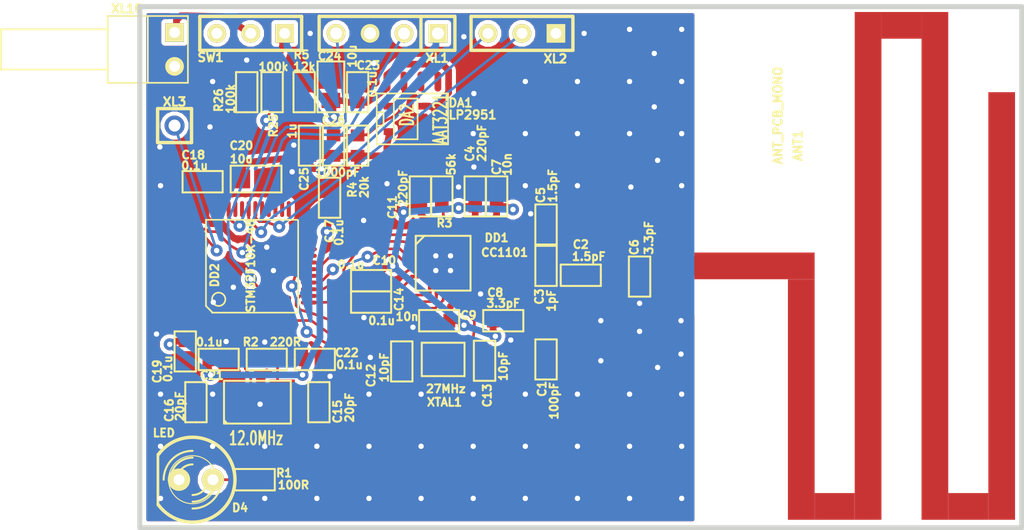
<source format=kicad_pcb>
(kicad_pcb (version 3) (host pcbnew "(2013-05-16 BZR 4016)-stable")
  (layers (15 Front signal) (0 Back signal) (18 B.Paste user) (19 F.Paste user) (20 B.SilkS user) (21 F.SilkS user) (22 B.Mask user) (23 F.Mask user) (28 Edge.Cuts user))
  (net 0 "")
  (net 1 +3.3V)
  (net 2 +BATT)
  (net 3 /BAT)
  (net 4 /CC_CS)
  (net 5 /CC_GDO0)
  (net 6 /CC_GDO2)
  (net 7 /CC_MISO)
  (net 8 /CC_MOSI)
  (net 9 /CC_SCK)
  (net 10 /Debug)
  (net 11 /RF1)
  (net 12 /RF2)
  (net 13 /RX1)
  (net 14 /SWCLK)
  (net 15 /SWDIO)
  (net 16 /TX1)
  (net 17 /UBat_2)
  (net 18 GND)
  (net 19 N-000001)
  (net 20 N-0000013)
  (net 21 N-0000014)
  (net 22 N-0000015)
  (net 23 N-0000016)
  (net 24 N-0000017)
  (net 25 N-000002)
  (net 26 N-0000026)
  (net 27 N-0000027)
  (net 28 N-0000028)
  (net 29 N-0000029)
  (net 30 N-0000030)
  (net 31 N-0000035)
  (net 32 N-0000036)
  (net 33 N-0000038)
  (net 34 N-0000044)
  (net 35 N-000006)
  (module ANT_868_MEANDER (layer Front) (at 243 86.4 270)
    (fp_text reference ANT1 (at -8.99922 -7.74954 270) (layer F.SilkS) (effects (font (size 0.635 0.635) (thickness 0.14986))))
    (fp_text value ANT_PCB_MONO (at -11.24966 -6.25094 270) (layer F.SilkS) (effects (font (size 0.635 0.635) (thickness 0.14986))))
    (pad 1 smd rect (at 0 -4.50088 270) (size 1.99898 8.99922) (layers Front) (net 12 /RF2))
    (pad 1 smd rect (at 9.99998 -8.001 270) (size 18.00098 1.99898) (layers Front) (net 12 /RF2))
    (pad 1 smd rect (at 18.00098 -10.50036 270) (size 1.99898 2.99974) (layers Front) (net 12 /RF2))
    (pad 1 smd rect (at -18.00098 -15.49908 270) (size 1.99898 2.99974) (layers Front) (net 12 /RF2))
    (pad 1 smd rect (at 18.00098 -20.50034 270) (size 1.99898 2.99974) (layers Front) (net 12 /RF2))
    (pad 1 smd rect (at 0 -12.99972 270) (size 38.00094 1.99898) (layers Front) (net 12 /RF2))
    (pad 1 smd rect (at 0 -18.00098 270) (size 38.00094 1.99898) (layers Front) (net 12 /RF2))
    (pad 1 smd rect (at 2.99974 -22.9997 270) (size 31.99892 1.99898) (layers Front) (net 12 /RF2))
  )
  (module TESTPOINT_1MM (layer Front) (at 216.1 89.1)
    (fp_text reference TP2 hide)
    (fp_text value TESTPOINT hide)
    (pad 1 smd circle (at 0 0) (size 1.00076 1.524) (layers Front F.Paste F.Mask) (net 6 /CC_GDO2))
  )
  (module TESTPOINT_1MM (layer Front) (at 216.1 90.6)
    (fp_text reference TP1 hide)
    (fp_text value TESTPOINT hide)
    (pad 1 smd circle (at 0 0) (size 1.00076 1.524) (layers Front F.Paste F.Mask) (net 5 /CC_GDO0))
  )
  (module SOT23-5 (layer Front) (at 221.4 75.4 90)
    (fp_text reference DA2 (at 0.3 0.1 90) (layer F.SilkS) (effects (font (size 1.00076 0.59944) (thickness 0.14986))))
    (fp_text value AAT3221 (at 0 2.6 90) (layer F.SilkS) (effects (font (size 1.00076 0.59944) (thickness 0.14986))))
    (pad 1 smd rect (at -0.9525 1.27 90) (size 0.508 0.762) (layers Front F.Paste F.Mask) (net 2 +BATT))
    (pad 3 smd rect (at 0.9525 1.27 90) (size 0.508 0.762) (layers Front F.Paste F.Mask) (net 2 +BATT))
    (pad 5 smd rect (at -0.9525 -1.27 90) (size 0.508 0.762) (layers Front F.Paste F.Mask) (net 1 +3.3V))
    (pad 2 smd rect (at 0 1.27 90) (size 0.508 0.762) (layers Front F.Paste F.Mask) (net 18 GND))
    (pad 4 smd rect (at 0.9525 -1.27 90) (size 0.508 0.762) (layers Front F.Paste F.Mask))
  )
  (module SOLDERFUSE (layer Front) (at 203.3 88.9 180)
    (fp_text reference F6 hide)
    (fp_text value FUSE0R hide)
    (pad 1 smd rect (at -0.39878 0 180) (size 0.59944 1.00076) (layers Front F.Paste F.Mask) (net 32 N-0000036))
    (pad 2 smd rect (at 0.39878 0 180) (size 0.59944 1.00076) (layers Front F.Paste F.Mask) (net 18 GND))
  )
  (module SOLDERFUSE (layer Front) (at 203.3 90.2 180)
    (fp_text reference F7 hide)
    (fp_text value FUSE0R hide)
    (pad 1 smd rect (at -0.39878 0 180) (size 0.59944 1.00076) (layers Front F.Paste F.Mask) (net 31 N-0000035))
    (pad 2 smd rect (at 0.39878 0 180) (size 0.59944 1.00076) (layers Front F.Paste F.Mask) (net 18 GND))
  )
  (module SOLDERFUSE (layer Front) (at 203.3 82.4 180)
    (fp_text reference F1 hide)
    (fp_text value FUSE0R hide)
    (pad 1 smd rect (at -0.39878 0 180) (size 0.59944 1.00076) (layers Front F.Paste F.Mask) (net 24 N-0000017))
    (pad 2 smd rect (at 0.39878 0 180) (size 0.59944 1.00076) (layers Front F.Paste F.Mask) (net 18 GND))
  )
  (module SOLDERFUSE (layer Front) (at 203.3 83.7 180)
    (fp_text reference F2 hide)
    (fp_text value FUSE0R hide)
    (pad 1 smd rect (at -0.39878 0 180) (size 0.59944 1.00076) (layers Front F.Paste F.Mask) (net 26 N-0000026))
    (pad 2 smd rect (at 0.39878 0 180) (size 0.59944 1.00076) (layers Front F.Paste F.Mask) (net 18 GND))
  )
  (module SOLDERFUSE (layer Front) (at 203.3 85 180)
    (fp_text reference F3 hide)
    (fp_text value FUSE0R hide)
    (pad 1 smd rect (at -0.39878 0 180) (size 0.59944 1.00076) (layers Front F.Paste F.Mask) (net 27 N-0000027))
    (pad 2 smd rect (at 0.39878 0 180) (size 0.59944 1.00076) (layers Front F.Paste F.Mask) (net 18 GND))
  )
  (module SOLDERFUSE (layer Front) (at 203.3 86.3 180)
    (fp_text reference F4 hide)
    (fp_text value FUSE0R hide)
    (pad 1 smd rect (at -0.39878 0 180) (size 0.59944 1.00076) (layers Front F.Paste F.Mask) (net 22 N-0000015))
    (pad 2 smd rect (at 0.39878 0 180) (size 0.59944 1.00076) (layers Front F.Paste F.Mask) (net 18 GND))
  )
  (module SOLDERFUSE (layer Front) (at 203.3 87.6 180)
    (fp_text reference F5 hide)
    (fp_text value FUSE0R hide)
    (pad 1 smd rect (at -0.39878 0 180) (size 0.59944 1.00076) (layers Front F.Paste F.Mask) (net 23 N-0000016))
    (pad 2 smd rect (at 0.39878 0 180) (size 0.59944 1.00076) (layers Front F.Paste F.Mask) (net 18 GND))
  )
  (module SO8E (layer Front) (at 221.9 75.4)
    (fp_text reference DA1 (at 3.6 -1.2) (layer F.SilkS) (effects (font (size 0.635 0.635) (thickness 0.14986))))
    (fp_text value LP2951 (at 4.5 -0.3) (layer F.SilkS) (effects (font (size 0.635 0.635) (thickness 0.14986))))
    (pad 8 smd oval (at -1.905 -2.794) (size 0.508 1.50114) (layers Front F.Paste F.Mask) (net 2 +BATT))
    (pad 1 smd rect (at -1.905 2.794) (size 0.508 1.50114) (layers Front F.Paste F.Mask) (net 1 +3.3V))
    (pad 7 smd oval (at -0.635 -2.794) (size 0.508 1.50114) (layers Front F.Paste F.Mask) (net 33 N-0000038))
    (pad 6 smd oval (at 0.635 -2.794) (size 0.508 1.50114) (layers Front F.Paste F.Mask))
    (pad 5 smd oval (at 1.905 -2.794) (size 0.508 1.50114) (layers Front F.Paste F.Mask))
    (pad 2 smd oval (at -0.635 2.794) (size 0.508 1.50114) (layers Front F.Paste F.Mask))
    (pad 3 smd oval (at 0.635 2.794) (size 0.508 1.50114) (layers Front F.Paste F.Mask) (net 18 GND))
    (pad 4 smd oval (at 1.905 2.794) (size 0.508 1.50114) (layers Front F.Paste F.Mask) (net 18 GND))
  )
  (module SIL-4 (layer Front) (at 220 69 180)
    (fp_text reference XL1 (at -3.74904 -1.84912 180) (layer F.SilkS) (effects (font (size 0.635 0.635) (thickness 0.16002))))
    (fp_text value ST_SWD hide)
    (pad 1 thru_hole rect (at -3.81 0 180) (size 1.39954 1.39954) (drill 0.89916) (layers *.Cu *.Mask F.SilkS) (net 1 +3.3V))
    (pad 2 thru_hole circle (at -1.27 0 180) (size 1.39954 1.39954) (drill 0.89916) (layers *.Cu *.Mask F.SilkS) (net 14 /SWCLK))
    (pad 3 thru_hole circle (at 1.27 0 180) (size 1.39954 1.39954) (drill 0.89916) (layers *.Cu *.Mask F.SilkS) (net 18 GND))
    (pad 4 thru_hole circle (at 3.81 0 180) (size 1.39954 1.39954) (drill 0.89916) (layers *.Cu *.Mask F.SilkS) (net 15 /SWDIO))
  )
  (module SIL-3 (layer Front) (at 209.8 69 180)
    (fp_text reference SW1 (at 3 -1.8 180) (layer F.SilkS) (effects (font (size 0.635 0.635) (thickness 0.16002))))
    (fp_text value SWITCH hide)
    (pad 1 thru_hole rect (at -2.54 0 180) (size 1.397 1.397) (drill 0.8128) (layers *.Cu *.Mask F.SilkS) (net 2 +BATT))
    (pad 2 thru_hole circle (at 0 0 180) (size 1.397 1.397) (drill 0.8128) (layers *.Cu *.Mask F.SilkS) (net 3 /BAT))
    (pad 3 thru_hole circle (at 2.54 0 180) (size 1.397 1.397) (drill 0.8128) (layers *.Cu *.Mask F.SilkS))
  )
  (module SIL-3 (layer Front) (at 230.1 69 180)
    (fp_text reference XL2 (at -2.5 -1.9 180) (layer F.SilkS) (effects (font (size 0.635 0.635) (thickness 0.16002))))
    (fp_text value CONN_3 hide)
    (pad 1 thru_hole rect (at -2.54 0 180) (size 1.397 1.397) (drill 0.8128) (layers *.Cu *.Mask F.SilkS) (net 18 GND))
    (pad 2 thru_hole circle (at 0 0 180) (size 1.397 1.397) (drill 0.8128) (layers *.Cu *.Mask F.SilkS) (net 16 /TX1))
    (pad 3 thru_hole circle (at 2.54 0 180) (size 1.397 1.397) (drill 0.8128) (layers *.Cu *.Mask F.SilkS) (net 13 /RX1))
  )
  (module SIL-1 (layer Front) (at 204.1 75.9)
    (fp_text reference XL3 (at 0 -1.778) (layer F.SilkS) (effects (font (size 0.635 0.635) (thickness 0.16002))))
    (fp_text value CONN_1 hide)
    (pad 1 thru_hole circle (at 0 0) (size 1.50114 1.50114) (drill 0.89916) (layers *.Cu *.Mask) (net 10 /Debug))
  )
  (module RES_0603 (layer Front) (at 224.1 81.2 90)
    (fp_text reference R3 (at -2 0.2 180) (layer F.SilkS) (effects (font (size 0.6 0.6))))
    (fp_text value 56k (at 2.4 0.7 90) (layer F.SilkS) (effects (font (size 0.6 0.6))))
    (pad 1 smd rect (at -0.762 0 90) (size 0.889 1.016) (layers Front F.Paste F.Mask) (net 20 N-0000013))
    (pad 2 smd rect (at 0.762 0 90) (size 0.889 1.016) (layers Front F.Paste F.Mask) (net 18 GND))
  )
  (module RES_0603 (layer Front) (at 209.5 73.4 90)
    (fp_text reference R26 (at -0.6 -2.1 90) (layer F.SilkS) (effects (font (size 0.6 0.6))))
    (fp_text value 100k (at -0.5 -1.2 90) (layer F.SilkS) (effects (font (size 0.6 0.6))))
    (pad 1 smd rect (at -0.762 0 90) (size 0.889 1.016) (layers Front F.Paste F.Mask) (net 17 /UBat_2))
    (pad 2 smd rect (at 0.762 0 90) (size 0.889 1.016) (layers Front F.Paste F.Mask) (net 18 GND))
  )
  (module RES_0603 (layer Front) (at 210.1 102.4)
    (fp_text reference R1 (at 2.2 -0.5) (layer F.SilkS) (effects (font (size 0.6 0.6))))
    (fp_text value 100R (at 2.9 0.4) (layer F.SilkS) (effects (font (size 0.6 0.6))))
    (pad 1 smd rect (at -0.762 0) (size 0.889 1.016) (layers Front F.Paste F.Mask) (net 34 N-0000044))
    (pad 2 smd rect (at 0.762 0) (size 0.889 1.016) (layers Front F.Paste F.Mask) (net 35 N-000006))
  )
  (module RES_0603 (layer Front) (at 211 93.4)
    (fp_text reference R2 (at -1.2 -1.3) (layer F.SilkS) (effects (font (size 0.6 0.6))))
    (fp_text value 220R (at 1.4 -1.3) (layer F.SilkS) (effects (font (size 0.6 0.6))))
    (pad 1 smd rect (at -0.762 0) (size 0.889 1.016) (layers Front F.Paste F.Mask) (net 28 N-0000028))
    (pad 2 smd rect (at 0.762 0) (size 0.889 1.016) (layers Front F.Paste F.Mask) (net 30 N-0000030))
  )
  (module RES_0603 (layer Front) (at 213.8 73.4 90)
    (fp_text reference R5 (at 2.8 -0.2 180) (layer F.SilkS) (effects (font (size 0.6 0.6))))
    (fp_text value 12k (at 1.9 0 180) (layer F.SilkS) (effects (font (size 0.6 0.6))))
    (pad 1 smd rect (at -0.762 0 90) (size 0.889 1.016) (layers Front F.Paste F.Mask) (net 33 N-0000038))
    (pad 2 smd rect (at 0.762 0 90) (size 0.889 1.016) (layers Front F.Paste F.Mask) (net 18 GND))
  )
  (module RES_0603 (layer Front) (at 217.8 77.4 90)
    (fp_text reference R4 (at -3.3 -0.4 90) (layer F.SilkS) (effects (font (size 0.6 0.6))))
    (fp_text value 20k (at -3.1 0.5 90) (layer F.SilkS) (effects (font (size 0.6 0.6))))
    (pad 1 smd rect (at -0.762 0 90) (size 0.889 1.016) (layers Front F.Paste F.Mask) (net 1 +3.3V))
    (pad 2 smd rect (at 0.762 0 90) (size 0.889 1.016) (layers Front F.Paste F.Mask) (net 33 N-0000038))
  )
  (module RES_0603 (layer Front) (at 211.4 73.4 270)
    (fp_text reference R25 (at 2.5 -0.1 270) (layer F.SilkS) (effects (font (size 0.6 0.6))))
    (fp_text value 100k (at -1.9 -0.1 360) (layer F.SilkS) (effects (font (size 0.6 0.6))))
    (pad 1 smd rect (at -0.762 0 270) (size 0.889 1.016) (layers Front F.Paste F.Mask) (net 2 +BATT))
    (pad 2 smd rect (at 0.762 0 270) (size 0.889 1.016) (layers Front F.Paste F.Mask) (net 17 /UBat_2))
  )
  (module QFN20 (layer Front) (at 224.2 86.2)
    (fp_text reference DD1 (at 4 -1.9) (layer F.SilkS) (effects (font (size 0.6 0.6))))
    (fp_text value CC1101 (at 4.6 -0.8) (layer F.SilkS) (effects (font (size 0.6 0.6))))
    (pad 1 smd rect (at -1.95 -1) (size 1.1 0.28) (layers Front F.Paste F.Mask) (net 9 /CC_SCK))
    (pad 2 smd oval (at -1.95 -0.5) (size 1.1 0.28) (layers Front F.Paste F.Mask) (net 7 /CC_MISO))
    (pad 3 smd oval (at -1.95 0) (size 1.1 0.28) (layers Front F.Paste F.Mask) (net 6 /CC_GDO2))
    (pad 4 smd oval (at -1.95 0.5) (size 1.1 0.28) (layers Front F.Paste F.Mask) (net 1 +3.3V))
    (pad 5 smd oval (at -1.95 1) (size 1.1 0.28) (layers Front F.Paste F.Mask) (net 21 N-0000014))
    (pad 6 smd oval (at -1 1.95 90) (size 1.1 0.28) (layers Front F.Paste F.Mask) (net 5 /CC_GDO0))
    (pad 7 smd oval (at -0.5 1.95 90) (size 1.1 0.28) (layers Front F.Paste F.Mask) (net 4 /CC_CS))
    (pad 8 smd oval (at 0 1.95 90) (size 1.1 0.28) (layers Front F.Paste F.Mask) (net 19 N-000001))
    (pad 9 smd oval (at 0.5 1.95 90) (size 1.1 0.28) (layers Front F.Paste F.Mask) (net 1 +3.3V))
    (pad 10 smd oval (at 1 1.95 90) (size 1.1 0.28) (layers Front F.Paste F.Mask) (net 25 N-000002))
    (pad 11 smd oval (at 1.95 1 180) (size 1.1 0.28) (layers Front F.Paste F.Mask) (net 1 +3.3V))
    (pad 12 smd oval (at 1.95 0.5 180) (size 1.1 0.28) (layers Front F.Paste F.Mask) (net 11 /RF1))
    (pad 13 smd oval (at 1.95 0 180) (size 1.1 0.28) (layers Front F.Paste F.Mask) (net 12 /RF2))
    (pad 14 smd oval (at 1.95 -0.5 180) (size 1.1 0.28) (layers Front F.Paste F.Mask) (net 1 +3.3V))
    (pad 15 smd oval (at 1.95 -1 180) (size 1.1 0.28) (layers Front F.Paste F.Mask) (net 1 +3.3V))
    (pad 16 smd oval (at 1 -1.95 90) (size 1.1 0.28) (layers Front F.Paste F.Mask) (net 18 GND))
    (pad 17 smd oval (at 0.5 -1.95 90) (size 1.1 0.28) (layers Front F.Paste F.Mask) (net 20 N-0000013))
    (pad 18 smd oval (at 0 -1.95 90) (size 1.1 0.28) (layers Front F.Paste F.Mask) (net 1 +3.3V))
    (pad 19 smd oval (at -0.5 -1.95 90) (size 1.1 0.28) (layers Front F.Paste F.Mask) (net 18 GND))
    (pad 20 smd oval (at -1 -1.95 90) (size 1.1 0.28) (layers Front F.Paste F.Mask) (net 8 /CC_MOSI))
    (pad PAD thru_hole rect (at -0.55 -0.55) (size 1.1 1.1) (drill 0.4) (layers *.Cu F.Mask) (net 18 GND))
    (pad PAD thru_hole rect (at 0.55 -0.55) (size 1.1 1.1) (drill 0.4) (layers *.Cu F.Mask) (net 18 GND))
    (pad PAD thru_hole rect (at -0.55 0.55) (size 1.1 1.1) (drill 0.4) (layers *.Cu F.Mask) (net 18 GND))
    (pad PAD thru_hole rect (at 0.55 0.55) (size 1.1 1.1) (drill 0.4) (layers *.Cu F.Mask) (net 18 GND))
  )
  (module PWRCON2PIN (layer Front) (at 204.1 70.2)
    (fp_text reference XL10 (at -3.556 -3.048) (layer F.SilkS) (effects (font (size 0.635 0.635) (thickness 0.16002))))
    (fp_text value PWRCONN hide)
    (pad 1 thru_hole rect (at 0 -1.27) (size 1.397 1.397) (drill 0.8128) (layers *.Cu *.Mask F.SilkS) (net 3 /BAT))
    (pad 2 thru_hole circle (at 0 1.27) (size 1.397 1.397) (drill 0.8128) (layers *.Cu *.Mask F.SilkS) (net 18 GND))
  )
  (module LED-5MM (layer Front) (at 205.7 102.4 180)
    (fp_text reference D4 (at -3.3 -2.1 180) (layer F.SilkS) (effects (font (size 0.59944 0.59944) (thickness 0.14986))))
    (fp_text value LED (at 2.4 3.5 180) (layer F.SilkS) (effects (font (size 0.59944 0.59944) (thickness 0.14986))))
    (pad A thru_hole circle (at -1.27 0 180) (size 1.6764 1.6764) (drill 0.8128) (layers *.Cu *.Mask F.Paste F.SilkS) (net 34 N-0000044))
    (pad C thru_hole circle (at 1.27 0 180) (size 1.6764 1.6764) (drill 0.8128) (layers *.Cu *.Mask F.Paste F.SilkS) (net 18 GND))
  )
  (module CRYSTAL_0503x4-4 (layer Front) (at 210.3 96.6)
    (fp_text reference XTAL2 hide)
    (fp_text value 12.0MHz (at -0.1 2.7) (layer F.SilkS) (effects (font (size 1.00076 0.635) (thickness 0.14986))))
    (pad 1 smd rect (at -1.84912 1.09982) (size 1.89992 1.19888) (layers Front F.Paste F.Mask) (net 29 N-0000029))
    (pad H smd rect (at 1.84912 1.09982) (size 1.89992 1.19888) (layers Front F.Paste F.Mask) (net 18 GND))
    (pad 2 smd rect (at 1.84912 -1.09982) (size 1.89992 1.19888) (layers Front F.Paste F.Mask) (net 30 N-0000030))
    (pad H smd rect (at -1.84912 -1.09982) (size 1.89992 1.19888) (layers Front F.Paste F.Mask) (net 18 GND))
  )
  (module CRYSTAL_03225C4 (layer Front) (at 224.2 93.4)
    (fp_text reference XTAL1 (at 0.1 3.2) (layer F.SilkS) (effects (font (size 0.59944 0.59944) (thickness 0.14986))))
    (fp_text value 27MHz (at 0.2 2.2) (layer F.SilkS) (effects (font (size 0.59944 0.59944) (thickness 0.14986))))
    (pad 1 smd rect (at -1.09982 0.8509) (size 1.39954 1.19888) (layers Front F.Paste F.Mask) (net 19 N-000001))
    (pad H smd rect (at 1.09982 0.8509) (size 1.39954 1.19888) (layers Front F.Paste F.Mask) (net 18 GND))
    (pad 2 smd rect (at 1.09982 -0.8509) (size 1.39954 1.19888) (layers Front F.Paste F.Mask) (net 25 N-000002))
    (pad H smd rect (at -1.09982 -0.8509) (size 1.39954 1.19888) (layers Front F.Paste F.Mask) (net 18 GND))
  )
  (module CAP_0805 (layer Front) (at 215.8 73 90)
    (fp_text reference C24 (at 2.3 -0.1 180) (layer F.SilkS) (effects (font (size 0.6 0.6))))
    (fp_text value 10u (at 2.3 1.6 90) (layer F.SilkS) (effects (font (size 0.6 0.6))))
    (pad 1 smd rect (at -1.016 0 90) (size 1.143 1.397) (layers Front F.Paste F.Mask) (net 2 +BATT))
    (pad 2 smd rect (at 1.016 0 90) (size 1.143 1.397) (layers Front F.Paste F.Mask) (net 18 GND))
  )
  (module CAP_0805 (layer Front) (at 210.2 79.9)
    (fp_text reference C20 (at -1.1 -2.5) (layer F.SilkS) (effects (font (size 0.6 0.6))))
    (fp_text value 10u (at -1.1 -1.5) (layer F.SilkS) (effects (font (size 0.6 0.6))))
    (pad 1 smd rect (at -1.016 0) (size 1.143 1.397) (layers Front F.Paste F.Mask) (net 1 +3.3V))
    (pad 2 smd rect (at 1.016 0) (size 1.143 1.397) (layers Front F.Paste F.Mask) (net 18 GND))
  )
  (module CAP_0603 (layer Front) (at 228.2 81.2 90)
    (fp_text reference C7 (at 2.2 0 90) (layer F.SilkS) (effects (font (size 0.6 0.6))))
    (fp_text value 10n (at 2.4 0.8 90) (layer F.SilkS) (effects (font (size 0.6 0.6))))
    (pad 1 smd rect (at -0.762 0 90) (size 0.889 1.016) (layers Front F.Paste F.Mask) (net 1 +3.3V))
    (pad 2 smd rect (at 0.762 0 90) (size 0.889 1.016) (layers Front F.Paste F.Mask) (net 18 GND))
  )
  (module CAP_0603 (layer Front) (at 218.808 87.5071 180)
    (fp_text reference C10 (at -0.992 1.5071 180) (layer F.SilkS) (effects (font (size 0.6 0.6))))
    (fp_text value 0.1u (at 1.508 1.2071 180) (layer F.SilkS) (effects (font (size 0.6 0.6))))
    (pad 1 smd rect (at -0.762 0 180) (size 0.889 1.016) (layers Front F.Paste F.Mask) (net 1 +3.3V))
    (pad 2 smd rect (at 0.762 0 180) (size 0.889 1.016) (layers Front F.Paste F.Mask) (net 18 GND))
  )
  (module CAP_0603 (layer Front) (at 228.7 90.5)
    (fp_text reference C8 (at -0.6 -2.1) (layer F.SilkS) (effects (font (size 0.6 0.6))))
    (fp_text value 3.3pF (at 0 -1.3) (layer F.SilkS) (effects (font (size 0.6 0.6))))
    (pad 1 smd rect (at -0.762 0) (size 0.889 1.016) (layers Front F.Paste F.Mask) (net 1 +3.3V))
    (pad 2 smd rect (at 0.762 0) (size 0.889 1.016) (layers Front F.Paste F.Mask) (net 18 GND))
  )
  (module CAP_0603 (layer Front) (at 227.3 93.5 270)
    (fp_text reference C13 (at 2.6 -0.2 270) (layer F.SilkS) (effects (font (size 0.6 0.6))))
    (fp_text value 10pF (at 0.4 -1.4 270) (layer F.SilkS) (effects (font (size 0.6 0.6))))
    (pad 1 smd rect (at -0.762 0 270) (size 0.889 1.016) (layers Front F.Paste F.Mask) (net 25 N-000002))
    (pad 2 smd rect (at 0.762 0 270) (size 0.889 1.016) (layers Front F.Paste F.Mask) (net 18 GND))
  )
  (module CAP_0603 (layer Front) (at 226.6 81.2 90)
    (fp_text reference C4 (at 3.2 -0.4 90) (layer F.SilkS) (effects (font (size 0.6 0.6))))
    (fp_text value 220pF (at 4 0.5 90) (layer F.SilkS) (effects (font (size 0.6 0.6))))
    (pad 1 smd rect (at -0.762 0 90) (size 0.889 1.016) (layers Front F.Paste F.Mask) (net 1 +3.3V))
    (pad 2 smd rect (at 0.762 0 90) (size 0.889 1.016) (layers Front F.Paste F.Mask) (net 18 GND))
  )
  (module CAP_0603 (layer Front) (at 216 77.4 90)
    (fp_text reference C26 (at 1.9 0 180) (layer F.SilkS) (effects (font (size 0.6 0.6))))
    (fp_text value 1000pF (at -2 0.3 180) (layer F.SilkS) (effects (font (size 0.6 0.6))))
    (pad 1 smd rect (at -0.762 0 90) (size 0.889 1.016) (layers Front F.Paste F.Mask) (net 1 +3.3V))
    (pad 2 smd rect (at 0.762 0 90) (size 0.889 1.016) (layers Front F.Paste F.Mask) (net 33 N-0000038))
  )
  (module CAP_0603 (layer Front) (at 214.2 77.4 90)
    (fp_text reference C25 (at -2.5 -0.4 90) (layer F.SilkS) (effects (font (size 0.6 0.6))))
    (fp_text value 1u (at 1.1 -1.3 90) (layer F.SilkS) (effects (font (size 0.6 0.6))))
    (pad 1 smd rect (at -0.762 0 90) (size 0.889 1.016) (layers Front F.Paste F.Mask) (net 1 +3.3V))
    (pad 2 smd rect (at 0.762 0 90) (size 0.889 1.016) (layers Front F.Paste F.Mask) (net 18 GND))
  )
  (module CAP_0603 (layer Front) (at 217.8 73.4 90)
    (fp_text reference C23 (at 2 0.8 180) (layer F.SilkS) (effects (font (size 0.6 0.6))))
    (fp_text value 0.1u (at 0.6 1.1 90) (layer F.SilkS) (effects (font (size 0.6 0.6))))
    (pad 1 smd rect (at -0.762 0 90) (size 0.889 1.016) (layers Front F.Paste F.Mask) (net 2 +BATT))
    (pad 2 smd rect (at 0.762 0 90) (size 0.889 1.016) (layers Front F.Paste F.Mask) (net 18 GND))
  )
  (module CAP_0603 (layer Front) (at 223.9 90.5 180)
    (fp_text reference C9 (at -2.2 0.4 180) (layer F.SilkS) (effects (font (size 0.6 0.6))))
    (fp_text value 10n (at 2.4 0.3 180) (layer F.SilkS) (effects (font (size 0.6 0.6))))
    (pad 1 smd rect (at -0.762 0 180) (size 0.889 1.016) (layers Front F.Paste F.Mask) (net 1 +3.3V))
    (pad 2 smd rect (at 0.762 0 180) (size 0.889 1.016) (layers Front F.Paste F.Mask) (net 18 GND))
  )
  (module CAP_0603 (layer Front) (at 222.5 81.2 90)
    (fp_text reference C11 (at -0.8 -2.1 90) (layer F.SilkS) (effects (font (size 0.6 0.6))))
    (fp_text value 220pF (at 0.6 -1.3 90) (layer F.SilkS) (effects (font (size 0.6 0.6))))
    (pad 1 smd rect (at -0.762 0 90) (size 0.889 1.016) (layers Front F.Paste F.Mask) (net 1 +3.3V))
    (pad 2 smd rect (at 0.762 0 90) (size 0.889 1.016) (layers Front F.Paste F.Mask) (net 18 GND))
  )
  (module CAP_0603 (layer Front) (at 218.808 89.1071 180)
    (fp_text reference C14 (at -2.092 0.2071 270) (layer F.SilkS) (effects (font (size 0.6 0.6))))
    (fp_text value 0.1u (at -0.792 -1.3929 180) (layer F.SilkS) (effects (font (size 0.6 0.6))))
    (pad 1 smd rect (at -0.762 0 180) (size 0.889 1.016) (layers Front F.Paste F.Mask) (net 21 N-0000014))
    (pad 2 smd rect (at 0.762 0 180) (size 0.889 1.016) (layers Front F.Paste F.Mask) (net 18 GND))
  )
  (module CAP_0603 (layer Front) (at 221.104 93.5483 90)
    (fp_text reference C12 (at -1.0517 -2.304 90) (layer F.SilkS) (effects (font (size 0.6 0.6))))
    (fp_text value 10pF (at -0.4517 -1.304 90) (layer F.SilkS) (effects (font (size 0.6 0.6))))
    (pad 1 smd rect (at -0.762 0 90) (size 0.889 1.016) (layers Front F.Paste F.Mask) (net 19 N-000001))
    (pad 2 smd rect (at 0.762 0 90) (size 0.889 1.016) (layers Front F.Paste F.Mask) (net 18 GND))
  )
  (module CAP_0603 (layer Front) (at 214.6 93.4)
    (fp_text reference C22 (at 2.4 -0.5) (layer F.SilkS) (effects (font (size 0.6 0.6))))
    (fp_text value 0.1u (at 2.6 0.4) (layer F.SilkS) (effects (font (size 0.6 0.6))))
    (pad 1 smd rect (at -0.762 0) (size 0.889 1.016) (layers Front F.Paste F.Mask) (net 1 +3.3V))
    (pad 2 smd rect (at 0.762 0) (size 0.889 1.016) (layers Front F.Paste F.Mask) (net 18 GND))
  )
  (module CAP_0603 (layer Front) (at 214.9 96.6 270)
    (fp_text reference C15 (at 0.7 -1.4 270) (layer F.SilkS) (effects (font (size 0.6 0.6))))
    (fp_text value 20pF (at 0.4 -2.3 270) (layer F.SilkS) (effects (font (size 0.6 0.6))))
    (pad 1 smd rect (at -0.762 0 270) (size 0.889 1.016) (layers Front F.Paste F.Mask) (net 30 N-0000030))
    (pad 2 smd rect (at 0.762 0 270) (size 0.889 1.016) (layers Front F.Paste F.Mask) (net 18 GND))
  )
  (module CAP_0603 (layer Front) (at 205.7 96.6 90)
    (fp_text reference C16 (at -0.6 -2 90) (layer F.SilkS) (effects (font (size 0.6 0.6))))
    (fp_text value 20pF (at -0.3 -1.2 90) (layer F.SilkS) (effects (font (size 0.6 0.6))))
    (pad 1 smd rect (at -0.762 0 90) (size 0.889 1.016) (layers Front F.Paste F.Mask) (net 29 N-0000029))
    (pad 2 smd rect (at 0.762 0 90) (size 0.889 1.016) (layers Front F.Paste F.Mask) (net 18 GND))
  )
  (module CAP_0603 (layer Front) (at 238.9 87.2 270)
    (fp_text reference C6 (at -2.2 0.4 270) (layer F.SilkS) (effects (font (size 0.6 0.6))))
    (fp_text value 3.3pF (at -2.9 -0.7 270) (layer F.SilkS) (effects (font (size 0.6 0.6))))
    (pad 1 smd rect (at -0.762 0 270) (size 0.889 1.016) (layers Front F.Paste F.Mask) (net 12 /RF2))
    (pad 2 smd rect (at 0.762 0 270) (size 0.889 1.016) (layers Front F.Paste F.Mask) (net 18 GND))
  )
  (module CAP_0603 (layer Front) (at 231.9 83.3 90)
    (fp_text reference C5 (at 2.2 -0.4 90) (layer F.SilkS) (effects (font (size 0.6 0.6))))
    (fp_text value 1.5pF (at 2.9 0.5 90) (layer F.SilkS) (effects (font (size 0.6 0.6))))
    (pad 1 smd rect (at -0.762 0 90) (size 0.889 1.016) (layers Front F.Paste F.Mask) (net 12 /RF2))
    (pad 2 smd rect (at 0.762 0 90) (size 0.889 1.016) (layers Front F.Paste F.Mask) (net 18 GND))
  )
  (module CAP_0603 (layer Front) (at 234.5 87.1 180)
    (fp_text reference C2 (at 0 2.3 180) (layer F.SilkS) (effects (font (size 0.6 0.6))))
    (fp_text value 1.5pF (at -0.6 1.4 180) (layer F.SilkS) (effects (font (size 0.6 0.6))))
    (pad 1 smd rect (at -0.762 0 180) (size 0.889 1.016) (layers Front F.Paste F.Mask) (net 12 /RF2))
    (pad 2 smd rect (at 0.762 0 180) (size 0.889 1.016) (layers Front F.Paste F.Mask) (net 11 /RF1))
  )
  (module CAP_0603 (layer Front) (at 231.9 93.4 90)
    (fp_text reference C1 (at -2.2 -0.3 90) (layer F.SilkS) (effects (font (size 0.6 0.6))))
    (fp_text value 100pF (at -3.1 0.6 90) (layer F.SilkS) (effects (font (size 0.6 0.6))))
    (pad 1 smd rect (at -0.762 0 90) (size 0.889 1.016) (layers Front F.Paste F.Mask) (net 18 GND))
    (pad 2 smd rect (at 0.762 0 90) (size 0.889 1.016) (layers Front F.Paste F.Mask) (net 11 /RF1))
  )
  (module CAP_0603 (layer Front) (at 231.9 86.4 90)
    (fp_text reference C3 (at -2.3 -0.5 90) (layer F.SilkS) (effects (font (size 0.6 0.6))))
    (fp_text value 1pF (at -2.6 0.4 90) (layer F.SilkS) (effects (font (size 0.6 0.6))))
    (pad 1 smd rect (at -0.762 0 90) (size 0.889 1.016) (layers Front F.Paste F.Mask) (net 11 /RF1))
    (pad 2 smd rect (at 0.762 0 90) (size 0.889 1.016) (layers Front F.Paste F.Mask) (net 12 /RF2))
  )
  (module CAP_0603 (layer Front) (at 215.7 81.3 90)
    (fp_text reference C17 (at -2.5 0 90) (layer F.SilkS) (effects (font (size 0.6 0.6))))
    (fp_text value 0.1u (at -2.6 0.7 90) (layer F.SilkS) (effects (font (size 0.6 0.6))))
    (pad 1 smd rect (at -0.762 0 90) (size 0.889 1.016) (layers Front F.Paste F.Mask) (net 1 +3.3V))
    (pad 2 smd rect (at 0.762 0 90) (size 0.889 1.016) (layers Front F.Paste F.Mask) (net 18 GND))
  )
  (module CAP_0603 (layer Front) (at 206.2 80.1 180)
    (fp_text reference C18 (at 0.7 2 180) (layer F.SilkS) (effects (font (size 0.6 0.6))))
    (fp_text value 0.1u (at 0.6 1.2 180) (layer F.SilkS) (effects (font (size 0.6 0.6))))
    (pad 1 smd rect (at -0.762 0 180) (size 0.889 1.016) (layers Front F.Paste F.Mask) (net 1 +3.3V))
    (pad 2 smd rect (at 0.762 0 180) (size 0.889 1.016) (layers Front F.Paste F.Mask) (net 18 GND))
  )
  (module CAP_0603 (layer Front) (at 204.9 92.8 270)
    (fp_text reference C19 (at 1.5 2.1 270) (layer F.SilkS) (effects (font (size 0.6 0.6))))
    (fp_text value 0.1u (at 1.3 1.3 270) (layer F.SilkS) (effects (font (size 0.6 0.6))))
    (pad 1 smd rect (at -0.762 0 270) (size 0.889 1.016) (layers Front F.Paste F.Mask) (net 1 +3.3V))
    (pad 2 smd rect (at 0.762 0 270) (size 0.889 1.016) (layers Front F.Paste F.Mask) (net 18 GND))
  )
  (module CAP_0603 (layer Front) (at 207.4 93.4)
    (fp_text reference C21 (at -0.5 1.2) (layer F.SilkS) (effects (font (size 0.6 0.6))))
    (fp_text value 0.1u (at -0.7 -1.3) (layer F.SilkS) (effects (font (size 0.6 0.6))))
    (pad 1 smd rect (at -0.762 0) (size 0.889 1.016) (layers Front F.Paste F.Mask) (net 1 +3.3V))
    (pad 2 smd rect (at 0.762 0) (size 0.889 1.016) (layers Front F.Paste F.Mask) (net 18 GND))
  )
  (module LQFP48 (layer Front) (at 209.9 86.4 90)
    (fp_text reference DD2 (at -0.7 -2.8 90) (layer F.SilkS) (effects (font (size 0.59944 0.59944) (thickness 0.14986))))
    (fp_text value STM32F10X-48 (at 0 -0.1 90) (layer F.SilkS) (effects (font (size 0.59944 0.59944) (thickness 0.14986))))
    (pad 1 smd rect (at -4.24942 -2.75082 90) (size 1.19888 0.29972) (layers Front F.Paste F.Mask) (net 1 +3.3V))
    (pad 2 smd oval (at -4.24942 -2.25298 90) (size 1.19888 0.29972) (layers Front F.Paste F.Mask))
    (pad 3 smd oval (at -4.24942 -1.7526 90) (size 1.19888 0.29972) (layers Front F.Paste F.Mask))
    (pad 4 smd oval (at -4.24942 -1.25222 90) (size 1.19888 0.29972) (layers Front F.Paste F.Mask))
    (pad 5 smd oval (at -4.24942 -0.75184 90) (size 1.19888 0.29972) (layers Front F.Paste F.Mask) (net 29 N-0000029))
    (pad 6 smd oval (at -4.24942 -0.25146 90) (size 1.19888 0.29972) (layers Front F.Paste F.Mask) (net 28 N-0000028))
    (pad 7 smd oval (at -4.24942 0.24892 90) (size 1.19888 0.29972) (layers Front F.Paste F.Mask))
    (pad 8 smd oval (at -4.24942 0.7493 90) (size 1.19888 0.29972) (layers Front F.Paste F.Mask) (net 18 GND))
    (pad 9 smd oval (at -4.24942 1.24714 90) (size 1.19888 0.29972) (layers Front F.Paste F.Mask) (net 1 +3.3V))
    (pad 10 smd oval (at -4.24942 1.74752 90) (size 1.19888 0.29972) (layers Front F.Paste F.Mask))
    (pad 11 smd oval (at -4.24942 2.2479 90) (size 1.19888 0.29972) (layers Front F.Paste F.Mask) (net 17 /UBat_2))
    (pad 12 smd oval (at -4.25196 2.74828 90) (size 1.19888 0.29972) (layers Front F.Paste F.Mask) (net 4 /CC_CS))
    (pad 13 smd oval (at -2.74574 4.24942 180) (size 1.19888 0.29972) (layers Front F.Paste F.Mask) (net 6 /CC_GDO2))
    (pad 14 smd oval (at -2.2479 4.24942 180) (size 1.19888 0.29972) (layers Front F.Paste F.Mask) (net 5 /CC_GDO0))
    (pad 15 smd oval (at -1.74752 4.24942 180) (size 1.19888 0.29972) (layers Front F.Paste F.Mask) (net 9 /CC_SCK))
    (pad 16 smd oval (at -1.24714 4.24942 180) (size 1.19888 0.29972) (layers Front F.Paste F.Mask) (net 7 /CC_MISO))
    (pad 17 smd oval (at -0.74676 4.24942 180) (size 1.19888 0.29972) (layers Front F.Paste F.Mask) (net 8 /CC_MOSI))
    (pad 18 smd oval (at -0.24638 4.24942 180) (size 1.19888 0.29972) (layers Front F.Paste F.Mask) (net 35 N-000006))
    (pad 19 smd oval (at 0.254 4.24942 180) (size 1.19888 0.29972) (layers Front F.Paste F.Mask))
    (pad 20 smd oval (at 0.75184 4.24942 180) (size 1.19888 0.29972) (layers Front F.Paste F.Mask))
    (pad 21 smd oval (at 1.25222 4.24942 180) (size 1.19888 0.29972) (layers Front F.Paste F.Mask))
    (pad 22 smd oval (at 1.7526 4.24942 180) (size 1.19888 0.29972) (layers Front F.Paste F.Mask))
    (pad 23 smd oval (at 2.25044 4.24942 180) (size 1.19888 0.29972) (layers Front F.Paste F.Mask) (net 18 GND))
    (pad 24 smd oval (at 2.75082 4.24942 180) (size 1.19888 0.29972) (layers Front F.Paste F.Mask) (net 1 +3.3V))
    (pad 25 smd oval (at 4.25196 2.75082 90) (size 1.19888 0.29972) (layers Front F.Paste F.Mask))
    (pad 26 smd oval (at 4.25196 2.25044 90) (size 1.19888 0.29972) (layers Front F.Paste F.Mask))
    (pad 27 smd oval (at 4.25196 1.75006 90) (size 1.19888 0.29972) (layers Front F.Paste F.Mask))
    (pad 28 smd oval (at 4.25196 1.24968 90) (size 1.19888 0.29972) (layers Front F.Paste F.Mask))
    (pad 29 smd oval (at 4.25196 0.7493 90) (size 1.19888 0.29972) (layers Front F.Paste F.Mask))
    (pad 30 smd oval (at 4.25196 0.24892 90) (size 1.19888 0.29972) (layers Front F.Paste F.Mask) (net 16 /TX1))
    (pad 31 smd oval (at 4.25196 -0.25146 90) (size 1.19888 0.29972) (layers Front F.Paste F.Mask) (net 13 /RX1))
    (pad 32 smd oval (at 4.25196 -0.7493 90) (size 1.19888 0.29972) (layers Front F.Paste F.Mask))
    (pad 33 smd oval (at 4.25196 -1.24968 90) (size 1.19888 0.29972) (layers Front F.Paste F.Mask))
    (pad 34 smd oval (at 4.25196 -1.75006 90) (size 1.19888 0.29972) (layers Front F.Paste F.Mask) (net 15 /SWDIO))
    (pad 35 smd oval (at 4.25196 -2.25044 90) (size 1.19888 0.29972) (layers Front F.Paste F.Mask) (net 18 GND))
    (pad 36 smd oval (at 4.25196 -2.75082 90) (size 1.19888 0.29972) (layers Front F.Paste F.Mask) (net 1 +3.3V))
    (pad 37 smd oval (at 2.75082 -4.24942 180) (size 1.19888 0.29972) (layers Front F.Paste F.Mask) (net 14 /SWCLK))
    (pad 38 smd oval (at 2.25044 -4.24942 180) (size 1.19888 0.29972) (layers Front F.Paste F.Mask) (net 10 /Debug))
    (pad 39 smd oval (at 1.75006 -4.24942 180) (size 1.19888 0.29972) (layers Front F.Paste F.Mask) (net 24 N-0000017))
    (pad 40 smd oval (at 1.24968 -4.24942 180) (size 1.19888 0.29972) (layers Front F.Paste F.Mask) (net 26 N-0000026))
    (pad 41 smd oval (at 0.7493 -4.24942 180) (size 1.19888 0.29972) (layers Front F.Paste F.Mask) (net 27 N-0000027))
    (pad 42 smd oval (at 0.24892 -4.24942 180) (size 1.19888 0.29972) (layers Front F.Paste F.Mask) (net 22 N-0000015))
    (pad 43 smd oval (at -0.24892 -4.24942 180) (size 1.19888 0.29972) (layers Front F.Paste F.Mask) (net 23 N-0000016))
    (pad 44 smd oval (at -0.7493 -4.24942 180) (size 1.19888 0.29972) (layers Front F.Paste F.Mask) (net 18 GND))
    (pad 45 smd oval (at -1.24968 -4.24942 180) (size 1.19888 0.29972) (layers Front F.Paste F.Mask) (net 32 N-0000036))
    (pad 46 smd oval (at -1.75006 -4.24942 180) (size 1.19888 0.29972) (layers Front F.Paste F.Mask) (net 31 N-0000035))
    (pad 47 smd oval (at -2.25044 -4.24942 180) (size 1.19888 0.29972) (layers Front F.Paste F.Mask) (net 18 GND))
    (pad 48 smd oval (at -2.75082 -4.24942 180) (size 1.19888 0.29972) (layers Front F.Paste F.Mask) (net 1 +3.3V))
  )
  (gr_line (start 267.5 67) (end 267.5 106) (angle 90) (layer Edge.Cuts) (width 0.381))
  (gr_line (start 201.5 67) (end 267.5 67) (angle 90) (layer Edge.Cuts) (width 0.381))
  (gr_line (start 201.5 106) (end 201.5 67) (angle 90) (layer Edge.Cuts) (width 0.381))
  (gr_line (start 267.5 106) (end 201.5 106) (angle 90) (layer Edge.Cuts) (width 0.381))
  (via (at 225.36 82.07) (size 0.9) (layers Front Back) (net 1))
  (via (at 229.43 82.18) (size 0.9) (layers Front Back) (net 1))
  (via (at 225.76 90.84) (size 0.9) (layers Front Back) (net 1))
  (via (at 228.11 91.67) (size 0.9) (layers Front Back) (net 1))
  (via (at 220.43 86.42) (size 0.9) (layers Front Back) (net 1))
  (via (at 221.24 82.38) (size 0.9) (layers Front Back) (net 1))
  (via (at 206.79 94.56) (size 0.9) (layers Front Back) (net 1))
  (via (at 203.74 92.27) (size 0.9) (layers Front Back) (net 1))
  (via (at 213.68 94.56) (size 0.9) (layers Front Back) (net 1))
  (via (at 215.49 83.85) (size 0.9) (layers Front Back) (net 1))
  (via (at 215.1 79.14) (size 0.9) (layers Front Back) (net 1))
  (segment (start 217.9173 76.1811) (end 215.1 79.14) (width 0.5) (layer Back) (net 1))
  (segment (start 223.6602 69.9276) (end 217.9173 76.1811) (width 0.5) (layer Back) (net 1))
  (segment (start 223.6602 69.6998) (end 223.6602 69.9276) (width 0.5) (layer Back) (net 1))
  (segment (start 223.6602 69.4498) (end 223.6602 69.6998) (width 0.5) (layer Back) (net 1))
  (segment (start 223.81 69) (end 223.6602 69.4498) (width 0.5) (layer Back) (net 1))
  (segment (start 214.94 86.2458) (end 215.49 83.85) (width 0.5) (layer Back) (net 1))
  (segment (start 214.94 87.0742) (end 214.94 86.2458) (width 0.5) (layer Back) (net 1))
  (segment (start 214.98 90.9258) (end 214.94 87.0742) (width 0.5) (layer Back) (net 1))
  (segment (start 214.98 91.7542) (end 214.98 90.9258) (width 0.5) (layer Back) (net 1))
  (segment (start 213.68 94.56) (end 214.98 91.7542) (width 0.5) (layer Back) (net 1))
  (segment (start 206.79 94.56) (end 213.68 94.56) (width 0.5) (layer Back) (net 1))
  (segment (start 206.79 94.56) (end 203.74 92.27) (width 0.5) (layer Back) (net 1))
  (segment (start 220.43 86.42) (end 221.24 82.38) (width 0.5) (layer Back) (net 1))
  (segment (start 220.43 86.42) (end 225.76 90.84) (width 0.5) (layer Back) (net 1))
  (segment (start 225.76 90.84) (end 228.11 91.67) (width 0.5) (layer Back) (net 1))
  (segment (start 225.36 82.07) (end 221.24 82.38) (width 0.5) (layer Back) (net 1))
  (segment (start 225.36 82.07) (end 229.43 82.18) (width 0.5) (layer Back) (net 1))
  (segment (start 219.995 77.6934) (end 219.995 78.194) (width 0.5) (layer Front) (net 1))
  (segment (start 219.995 77.4434) (end 219.995 77.6934) (width 0.5) (layer Front) (net 1))
  (segment (start 219.995 77.3382) (end 219.995 77.4434) (width 0.5) (layer Front) (net 1))
  (segment (start 220.13 76.7643) (end 219.995 77.3382) (width 0.5) (layer Front) (net 1))
  (segment (start 220.13 76.6065) (end 220.13 76.7643) (width 0.5) (layer Front) (net 1))
  (segment (start 220.13 76.3565) (end 220.13 76.6065) (width 0.5) (layer Front) (net 1))
  (segment (start 220.13 76.3525) (end 220.13 76.3565) (width 0.5) (layer Front) (net 1))
  (segment (start 219.991 78.162) (end 219.995 78.194) (width 0.5) (layer Front) (net 1))
  (segment (start 219.741 78.162) (end 219.991 78.162) (width 0.5) (layer Front) (net 1))
  (segment (start 218.308 78.162) (end 219.741 78.162) (width 0.5) (layer Front) (net 1))
  (segment (start 218.058 78.162) (end 218.308 78.162) (width 0.5) (layer Front) (net 1))
  (segment (start 217.8 78.162) (end 218.058 78.162) (width 0.5) (layer Front) (net 1))
  (segment (start 217.8 78.8169) (end 217.98 80.83) (width 0.5) (layer Front) (net 1))
  (segment (start 217.8 78.6065) (end 217.8 78.8169) (width 0.5) (layer Front) (net 1))
  (segment (start 217.8 78.3565) (end 217.8 78.6065) (width 0.5) (layer Front) (net 1))
  (segment (start 217.8 78.162) (end 217.8 78.3565) (width 0.5) (layer Front) (net 1))
  (segment (start 219.8304 86.5546) (end 220.43 86.42) (width 0.5) (layer Front) (net 1))
  (segment (start 219.57 86.815) (end 219.8304 86.5546) (width 0.5) (layer Front) (net 1))
  (segment (start 219.57 86.9991) (end 219.57 86.815) (width 0.5) (layer Front) (net 1))
  (segment (start 219.57 87.2491) (end 219.57 86.9991) (width 0.5) (layer Front) (net 1))
  (segment (start 219.57 87.5071) (end 219.57 87.2491) (width 0.5) (layer Front) (net 1))
  (segment (start 225.9079 81.962) (end 225.36 82.07) (width 0.5) (layer Front) (net 1))
  (segment (start 226.092 81.962) (end 225.9079 81.962) (width 0.5) (layer Front) (net 1))
  (segment (start 226.342 81.962) (end 226.092 81.962) (width 0.5) (layer Front) (net 1))
  (segment (start 226.6 81.962) (end 226.342 81.962) (width 0.5) (layer Front) (net 1))
  (segment (start 226.35 84.4886) (end 226.35 84.5) (width 0.5) (layer Front) (net 1))
  (segment (start 226.6 82.6169) (end 226.35 84.4886) (width 0.5) (layer Front) (net 1))
  (segment (start 226.6 82.4065) (end 226.6 82.6169) (width 0.5) (layer Front) (net 1))
  (segment (start 226.6 82.1565) (end 226.6 82.4065) (width 0.5) (layer Front) (net 1))
  (segment (start 226.6 81.962) (end 226.6 82.1565) (width 0.5) (layer Front) (net 1))
  (segment (start 217.542 78.162) (end 217.8 78.162) (width 0.5) (layer Front) (net 1))
  (segment (start 217.292 78.162) (end 217.542 78.162) (width 0.5) (layer Front) (net 1))
  (segment (start 216.508 78.162) (end 217.292 78.162) (width 0.5) (layer Front) (net 1))
  (segment (start 216.258 78.162) (end 216.508 78.162) (width 0.5) (layer Front) (net 1))
  (segment (start 216 78.162) (end 216.258 78.162) (width 0.5) (layer Front) (net 1))
  (segment (start 215.742 78.162) (end 216 78.162) (width 0.5) (layer Front) (net 1))
  (segment (start 215.492 78.162) (end 215.742 78.162) (width 0.5) (layer Front) (net 1))
  (segment (start 214.708 78.162) (end 215.492 78.162) (width 0.5) (layer Front) (net 1))
  (segment (start 214.458 78.162) (end 214.708 78.162) (width 0.5) (layer Front) (net 1))
  (segment (start 214.2 78.162) (end 214.458 78.162) (width 0.5) (layer Front) (net 1))
  (segment (start 209.2055 79.4515) (end 209.184 79.9) (width 0.5) (layer Front) (net 1))
  (segment (start 209.2055 79.2015) (end 209.2055 79.4515) (width 0.5) (layer Front) (net 1))
  (segment (start 209.2055 78.9737) (end 209.2055 79.2015) (width 0.5) (layer Front) (net 1))
  (segment (start 209.5277 78.6515) (end 209.2055 78.9737) (width 0.5) (layer Front) (net 1))
  (segment (start 213.3942 78.2633) (end 209.5277 78.6515) (width 0.5) (layer Front) (net 1))
  (segment (start 213.5079 78.162) (end 213.3942 78.2633) (width 0.5) (layer Front) (net 1))
  (segment (start 213.692 78.162) (end 213.5079 78.162) (width 0.5) (layer Front) (net 1))
  (segment (start 213.942 78.162) (end 213.692 78.162) (width 0.5) (layer Front) (net 1))
  (segment (start 214.2 78.162) (end 213.942 78.162) (width 0.5) (layer Front) (net 1))
  (segment (start 225.3169 90.5) (end 225.76 90.84) (width 0.5) (layer Front) (net 1))
  (segment (start 225.1065 90.5) (end 225.3169 90.5) (width 0.5) (layer Front) (net 1))
  (segment (start 224.8565 90.5) (end 225.1065 90.5) (width 0.5) (layer Front) (net 1))
  (segment (start 224.662 90.5) (end 224.8565 90.5) (width 0.5) (layer Front) (net 1))
  (segment (start 213.5776 92.4475) (end 212.11 91.8) (width 0.5) (layer Front) (net 1))
  (segment (start 213.838 92.7079) (end 213.5776 92.4475) (width 0.5) (layer Front) (net 1))
  (segment (start 213.838 92.892) (end 213.838 92.7079) (width 0.5) (layer Front) (net 1))
  (segment (start 213.838 93.142) (end 213.838 92.892) (width 0.5) (layer Front) (net 1))
  (segment (start 213.838 93.4) (end 213.838 93.142) (width 0.5) (layer Front) (net 1))
  (segment (start 214.7475 82.6906) (end 214.77 82.95) (width 0.5) (layer Front) (net 1))
  (segment (start 214.7475 82.3224) (end 214.7475 82.6906) (width 0.5) (layer Front) (net 1))
  (segment (start 215.0079 82.062) (end 214.7475 82.3224) (width 0.5) (layer Front) (net 1))
  (segment (start 215.192 82.062) (end 215.0079 82.062) (width 0.5) (layer Front) (net 1))
  (segment (start 215.442 82.062) (end 215.192 82.062) (width 0.5) (layer Front) (net 1))
  (segment (start 215.7 82.062) (end 215.442 82.062) (width 0.5) (layer Front) (net 1))
  (segment (start 207.1492 81.6984) (end 207.1492 82.148) (width 0.2) (layer Front) (net 1))
  (segment (start 206.962 80.608) (end 207.1492 81.6984) (width 0.2) (layer Front) (net 1))
  (segment (start 206.962 80.508) (end 206.962 80.608) (width 0.2) (layer Front) (net 1))
  (segment (start 206.962 80.1) (end 206.962 80.508) (width 0.2) (layer Front) (net 1))
  (segment (start 206.638 94.0921) (end 206.79 94.56) (width 0.5) (layer Front) (net 1))
  (segment (start 206.638 93.908) (end 206.638 94.0921) (width 0.5) (layer Front) (net 1))
  (segment (start 206.638 93.658) (end 206.638 93.908) (width 0.5) (layer Front) (net 1))
  (segment (start 206.638 93.4) (end 206.638 93.658) (width 0.5) (layer Front) (net 1))
  (segment (start 221.6329 86.7) (end 221.16 87.06) (width 0.2) (layer Front) (net 1))
  (segment (start 221.84 86.7) (end 221.6329 86.7) (width 0.2) (layer Front) (net 1))
  (segment (start 222.25 86.7) (end 221.84 86.7) (width 0.2) (layer Front) (net 1))
  (segment (start 224.7 88.7671) (end 224.75 89.41) (width 0.2) (layer Front) (net 1))
  (segment (start 224.7 88.56) (end 224.7 88.7671) (width 0.2) (layer Front) (net 1))
  (segment (start 224.7 88.15) (end 224.7 88.56) (width 0.2) (layer Front) (net 1))
  (segment (start 226.15 87.2) (end 226 88) (width 0.2) (layer Front) (net 1))
  (segment (start 227.06 85.4071) (end 227.15 84.82) (width 0.2) (layer Front) (net 1))
  (segment (start 226.7671 85.7) (end 227.06 85.4071) (width 0.2) (layer Front) (net 1))
  (segment (start 226.56 85.7) (end 226.7671 85.7) (width 0.2) (layer Front) (net 1))
  (segment (start 226.15 85.7) (end 226.56 85.7) (width 0.2) (layer Front) (net 1))
  (segment (start 226.35 85.2) (end 226.35 84.5) (width 0.2) (layer Front) (net 1))
  (segment (start 226.15 85.2) (end 226.35 85.2) (width 0.2) (layer Front) (net 1))
  (segment (start 223.9071 83.34) (end 223.3485 83.1341) (width 0.2) (layer Front) (net 1))
  (segment (start 224.2 83.6329) (end 223.9071 83.34) (width 0.2) (layer Front) (net 1))
  (segment (start 224.2 83.84) (end 224.2 83.6329) (width 0.2) (layer Front) (net 1))
  (segment (start 224.2 84.25) (end 224.2 83.84) (width 0.2) (layer Front) (net 1))
  (segment (start 207.1565 80.1) (end 206.962 80.1) (width 0.5) (layer Front) (net 1))
  (segment (start 207.4065 80.1) (end 207.1565 80.1) (width 0.5) (layer Front) (net 1))
  (segment (start 207.6169 80.1) (end 207.4065 80.1) (width 0.5) (layer Front) (net 1))
  (segment (start 208.3847 80.0485) (end 207.6169 80.1) (width 0.5) (layer Front) (net 1))
  (segment (start 208.6125 80.0485) (end 208.3847 80.0485) (width 0.5) (layer Front) (net 1))
  (segment (start 208.8625 80.0485) (end 208.6125 80.0485) (width 0.5) (layer Front) (net 1))
  (segment (start 209.184 79.9) (end 208.8625 80.0485) (width 0.5) (layer Front) (net 1))
  (segment (start 207.1492 91.3109) (end 206.96 91.8) (width 0.2) (layer Front) (net 1))
  (segment (start 207.1492 91.2488) (end 207.1492 91.3109) (width 0.2) (layer Front) (net 1))
  (segment (start 207.1492 91.1488) (end 207.1492 91.2488) (width 0.2) (layer Front) (net 1))
  (segment (start 207.1492 90.6494) (end 207.1492 91.1488) (width 0.2) (layer Front) (net 1))
  (segment (start 211.4402 91.5994) (end 212.11 91.8) (width 0.2) (layer Front) (net 1))
  (segment (start 211.1471 91.3063) (end 211.4402 91.5994) (width 0.2) (layer Front) (net 1))
  (segment (start 211.1471 91.099) (end 211.1471 91.3063) (width 0.2) (layer Front) (net 1))
  (segment (start 211.1471 90.6494) (end 211.1471 91.099) (width 0.2) (layer Front) (net 1))
  (segment (start 214.599 83.6492) (end 214.77 82.95) (width 0.2) (layer Front) (net 1))
  (segment (start 214.1494 83.6492) (end 214.599 83.6492) (width 0.2) (layer Front) (net 1))
  (segment (start 204.9 91.6935) (end 204.9 92.038) (width 0.2) (layer Front) (net 1))
  (segment (start 204.9 91.5935) (end 204.9 91.6935) (width 0.2) (layer Front) (net 1))
  (segment (start 205.201 89.1508) (end 204.9 91.5935) (width 0.2) (layer Front) (net 1))
  (segment (start 205.6506 89.1508) (end 205.201 89.1508) (width 0.2) (layer Front) (net 1))
  (segment (start 214.2 78.3565) (end 214.2 78.162) (width 0.5) (layer Front) (net 1))
  (segment (start 214.2 78.6065) (end 214.2 78.3565) (width 0.5) (layer Front) (net 1))
  (segment (start 214.2 78.8169) (end 214.2 78.6065) (width 0.5) (layer Front) (net 1))
  (segment (start 214.4976 79.1145) (end 214.2 78.8169) (width 0.5) (layer Front) (net 1))
  (segment (start 215.1 79.14) (end 214.4976 79.1145) (width 0.5) (layer Front) (net 1))
  (segment (start 215.7 82.2565) (end 215.7 82.062) (width 0.5) (layer Front) (net 1))
  (segment (start 215.7 82.5065) (end 215.7 82.2565) (width 0.5) (layer Front) (net 1))
  (segment (start 215.7 82.7169) (end 215.7 82.5065) (width 0.5) (layer Front) (net 1))
  (segment (start 215.49 83.85) (end 215.7 82.7169) (width 0.5) (layer Front) (net 1))
  (segment (start 213.838 93.658) (end 213.838 93.4) (width 0.5) (layer Front) (net 1))
  (segment (start 213.838 93.908) (end 213.838 93.658) (width 0.5) (layer Front) (net 1))
  (segment (start 213.838 94.0921) (end 213.838 93.908) (width 0.5) (layer Front) (net 1))
  (segment (start 213.68 94.56) (end 213.838 94.0921) (width 0.5) (layer Front) (net 1))
  (segment (start 204.642 92.038) (end 204.9 92.038) (width 0.5) (layer Front) (net 1))
  (segment (start 204.392 92.038) (end 204.642 92.038) (width 0.5) (layer Front) (net 1))
  (segment (start 204.2079 92.038) (end 204.392 92.038) (width 0.5) (layer Front) (net 1))
  (segment (start 203.74 92.27) (end 204.2079 92.038) (width 0.5) (layer Front) (net 1))
  (segment (start 222.242 81.962) (end 222.5 81.962) (width 0.5) (layer Front) (net 1))
  (segment (start 221.992 81.962) (end 222.242 81.962) (width 0.5) (layer Front) (net 1))
  (segment (start 221.8079 81.962) (end 221.992 81.962) (width 0.5) (layer Front) (net 1))
  (segment (start 221.24 82.38) (end 221.8079 81.962) (width 0.5) (layer Front) (net 1))
  (segment (start 227.938 90.758) (end 227.938 90.5) (width 0.5) (layer Front) (net 1))
  (segment (start 227.938 91.008) (end 227.938 90.758) (width 0.5) (layer Front) (net 1))
  (segment (start 227.938 91.1921) (end 227.938 91.008) (width 0.5) (layer Front) (net 1))
  (segment (start 228.11 91.67) (end 227.938 91.1921) (width 0.5) (layer Front) (net 1))
  (segment (start 228.458 81.962) (end 228.2 81.962) (width 0.5) (layer Front) (net 1))
  (segment (start 228.708 81.962) (end 228.458 81.962) (width 0.5) (layer Front) (net 1))
  (segment (start 228.8921 81.962) (end 228.708 81.962) (width 0.5) (layer Front) (net 1))
  (segment (start 229.43 82.18) (end 228.8921 81.962) (width 0.5) (layer Front) (net 1))
  (segment (start 215.958 82.062) (end 215.7 82.062) (width 0.5) (layer Front) (net 1))
  (segment (start 216.208 82.062) (end 215.958 82.062) (width 0.5) (layer Front) (net 1))
  (segment (start 216.3921 82.062) (end 216.208 82.062) (width 0.5) (layer Front) (net 1))
  (segment (start 217.98 80.83) (end 216.3921 82.062) (width 0.5) (layer Front) (net 1))
  (segment (start 217.98 80.83) (end 221.24 82.38) (width 0.5) (layer Front) (net 1))
  (segment (start 219.7645 87.5071) (end 219.57 87.5071) (width 0.5) (layer Front) (net 1))
  (segment (start 220.0145 87.5071) (end 219.7645 87.5071) (width 0.5) (layer Front) (net 1))
  (segment (start 220.2249 87.5071) (end 220.0145 87.5071) (width 0.5) (layer Front) (net 1))
  (segment (start 220.8312 87.3887) (end 220.2249 87.5071) (width 0.5) (layer Front) (net 1))
  (segment (start 221.16 87.06) (end 220.8312 87.3887) (width 0.5) (layer Front) (net 1))
  (segment (start 224.662 90.242) (end 224.662 90.5) (width 0.5) (layer Front) (net 1))
  (segment (start 224.662 89.992) (end 224.662 90.242) (width 0.5) (layer Front) (net 1))
  (segment (start 224.662 89.8079) (end 224.662 89.992) (width 0.5) (layer Front) (net 1))
  (segment (start 224.75 89.41) (end 224.662 89.8079) (width 0.5) (layer Front) (net 1))
  (segment (start 227.7435 90.5) (end 227.938 90.5) (width 0.5) (layer Front) (net 1))
  (segment (start 227.4935 90.5) (end 227.7435 90.5) (width 0.5) (layer Front) (net 1))
  (segment (start 227.2967 90.4671) (end 227.4935 90.5) (width 0.5) (layer Front) (net 1))
  (segment (start 227.0184 90.1888) (end 227.2967 90.4671) (width 0.5) (layer Front) (net 1))
  (segment (start 226 88.75) (end 227.0184 90.1888) (width 0.5) (layer Front) (net 1))
  (segment (start 226 88) (end 226 88.75) (width 0.5) (layer Front) (net 1))
  (segment (start 228.2 82.1565) (end 228.2 81.962) (width 0.5) (layer Front) (net 1))
  (segment (start 228.2 82.4065) (end 228.2 82.1565) (width 0.5) (layer Front) (net 1))
  (segment (start 228.2 82.6169) (end 228.2 82.4065) (width 0.5) (layer Front) (net 1))
  (segment (start 227.25 84.1219) (end 228.2 82.6169) (width 0.5) (layer Front) (net 1))
  (segment (start 227.15 84.82) (end 227.25 84.1219) (width 0.5) (layer Front) (net 1))
  (segment (start 206.638 93.142) (end 206.638 93.4) (width 0.5) (layer Front) (net 1))
  (segment (start 206.638 92.892) (end 206.638 93.142) (width 0.5) (layer Front) (net 1))
  (segment (start 206.638 92.7079) (end 206.638 92.892) (width 0.5) (layer Front) (net 1))
  (segment (start 206.96 91.8) (end 206.638 92.7079) (width 0.5) (layer Front) (net 1))
  (segment (start 222.558 82.1565) (end 222.5 81.962) (width 0.5) (layer Front) (net 1))
  (segment (start 222.558 82.4065) (end 222.558 82.1565) (width 0.5) (layer Front) (net 1))
  (segment (start 222.558 82.5929) (end 222.558 82.4065) (width 0.5) (layer Front) (net 1))
  (segment (start 222.8216 82.8565) (end 222.558 82.5929) (width 0.5) (layer Front) (net 1))
  (segment (start 223.3485 83.1341) (end 222.8216 82.8565) (width 0.5) (layer Front) (net 1))
  (via (at 216.03 75.24) (size 0.9) (layers Front Back) (net 2))
  (segment (start 212.4885 69.4485) (end 212.34 69) (width 0.5) (layer Back) (net 2))
  (segment (start 212.4885 69.6985) (end 212.4885 69.4485) (width 0.5) (layer Back) (net 2))
  (segment (start 212.4885 69.9263) (end 212.4885 69.6985) (width 0.5) (layer Back) (net 2))
  (segment (start 216.03 75.24) (end 212.4885 69.9263) (width 0.5) (layer Back) (net 2))
  (segment (start 223.1562 74.4475) (end 223.51 74.57) (width 0.5) (layer Front) (net 2))
  (segment (start 223.051 74.4475) (end 223.1562 74.4475) (width 0.5) (layer Front) (net 2))
  (segment (start 222.801 74.4475) (end 223.051 74.4475) (width 0.5) (layer Front) (net 2))
  (segment (start 222.67 74.4475) (end 222.801 74.4475) (width 0.5) (layer Front) (net 2))
  (segment (start 224.609 73.4356) (end 223.51 74.57) (width 0.5) (layer Front) (net 2))
  (segment (start 224.609 72.7696) (end 224.609 73.4356) (width 0.5) (layer Front) (net 2))
  (segment (start 224.609 71.7764) (end 224.609 72.7696) (width 0.5) (layer Front) (net 2))
  (segment (start 224.138 71.3054) (end 224.609 71.7764) (width 0.5) (layer Front) (net 2))
  (segment (start 221.598 71.3054) (end 224.138 71.3054) (width 0.5) (layer Front) (net 2))
  (segment (start 220.932 71.3054) (end 221.598 71.3054) (width 0.5) (layer Front) (net 2))
  (segment (start 219.995 72.1094) (end 220.932 71.3054) (width 0.5) (layer Front) (net 2))
  (segment (start 219.995 72.606) (end 219.995 72.1094) (width 0.5) (layer Front) (net 2))
  (segment (start 211.4 72.4435) (end 211.4 72.638) (width 0.5) (layer Front) (net 2))
  (segment (start 211.4 72.1935) (end 211.4 72.4435) (width 0.5) (layer Front) (net 2))
  (segment (start 211.4 71.9831) (end 211.4 72.1935) (width 0.5) (layer Front) (net 2))
  (segment (start 212.1915 69.9263) (end 211.4 71.9831) (width 0.5) (layer Front) (net 2))
  (segment (start 212.1915 69.6985) (end 212.1915 69.9263) (width 0.5) (layer Front) (net 2))
  (segment (start 212.1915 69.4485) (end 212.1915 69.6985) (width 0.5) (layer Front) (net 2))
  (segment (start 212.34 69) (end 212.1915 69.4485) (width 0.5) (layer Front) (net 2))
  (segment (start 219.995 73.1026) (end 219.995 72.606) (width 0.5) (layer Front) (net 2))
  (segment (start 218.4921 74.162) (end 219.995 73.1026) (width 0.5) (layer Front) (net 2))
  (segment (start 218.308 74.162) (end 218.4921 74.162) (width 0.5) (layer Front) (net 2))
  (segment (start 218.058 74.162) (end 218.308 74.162) (width 0.5) (layer Front) (net 2))
  (segment (start 217.8 74.162) (end 218.058 74.162) (width 0.5) (layer Front) (net 2))
  (segment (start 217.542 74.162) (end 217.8 74.162) (width 0.5) (layer Front) (net 2))
  (segment (start 217.292 74.162) (end 217.542 74.162) (width 0.5) (layer Front) (net 2))
  (segment (start 217.1079 74.162) (end 217.292 74.162) (width 0.5) (layer Front) (net 2))
  (segment (start 216.7263 74.0375) (end 217.1079 74.162) (width 0.5) (layer Front) (net 2))
  (segment (start 216.4985 74.0375) (end 216.7263 74.0375) (width 0.5) (layer Front) (net 2))
  (segment (start 216.2485 74.0375) (end 216.4985 74.0375) (width 0.5) (layer Front) (net 2))
  (segment (start 215.8 74.016) (end 216.2485 74.0375) (width 0.5) (layer Front) (net 2))
  (segment (start 215.9485 74.8153) (end 216.03 75.24) (width 0.5) (layer Front) (net 2))
  (segment (start 215.9485 74.5875) (end 215.9485 74.8153) (width 0.5) (layer Front) (net 2))
  (segment (start 215.9485 74.3375) (end 215.9485 74.5875) (width 0.5) (layer Front) (net 2))
  (segment (start 215.8 74.016) (end 215.9485 74.3375) (width 0.5) (layer Front) (net 2))
  (segment (start 222.801 76.3525) (end 222.67 76.3525) (width 0.5) (layer Front) (net 2))
  (segment (start 223.051 76.3525) (end 222.801 76.3525) (width 0.5) (layer Front) (net 2))
  (segment (start 223.1562 76.3525) (end 223.051 76.3525) (width 0.5) (layer Front) (net 2))
  (segment (start 223.305 76.2037) (end 223.1562 76.3525) (width 0.5) (layer Front) (net 2))
  (segment (start 223.601 75.8818) (end 223.305 76.2037) (width 0.5) (layer Front) (net 2))
  (segment (start 223.601 75.4262) (end 223.601 75.8818) (width 0.5) (layer Front) (net 2))
  (segment (start 223.601 74.9182) (end 223.601 75.4262) (width 0.5) (layer Front) (net 2))
  (segment (start 223.51 74.57) (end 223.601 74.9182) (width 0.5) (layer Front) (net 2))
  (segment (start 207.7771 67.7515) (end 209.8 69) (width 0.5) (layer Front) (net 3))
  (segment (start 205.0263 67.6815) (end 207.7771 67.7515) (width 0.5) (layer Front) (net 3))
  (segment (start 204.5707 67.6815) (end 205.0263 67.6815) (width 0.5) (layer Front) (net 3))
  (segment (start 204.2485 68.0037) (end 204.5707 67.6815) (width 0.5) (layer Front) (net 3))
  (segment (start 204.2485 68.2315) (end 204.2485 68.0037) (width 0.5) (layer Front) (net 3))
  (segment (start 204.2485 68.4815) (end 204.2485 68.2315) (width 0.5) (layer Front) (net 3))
  (segment (start 204.1 68.93) (end 204.2485 68.4815) (width 0.5) (layer Front) (net 3))
  (segment (start 212.6483 90.49) (end 212.6483 90.652) (width 0.2) (layer Front) (net 4))
  (segment (start 214.3321 90.49) (end 212.6483 90.49) (width 0.2) (layer Front) (net 4))
  (segment (start 215.727 91.5004) (end 214.3321 90.49) (width 0.2) (layer Front) (net 4))
  (segment (start 217.7302 91.62) (end 215.727 91.5004) (width 0.2) (layer Front) (net 4))
  (segment (start 218.8098 91.62) (end 217.7302 91.62) (width 0.2) (layer Front) (net 4))
  (segment (start 218.8429 91.6063) (end 218.8098 91.62) (width 0.2) (layer Front) (net 4))
  (segment (start 220.3873 90.5151) (end 218.8429 91.6063) (width 0.2) (layer Front) (net 4))
  (segment (start 221.3671 89.6537) (end 220.3873 90.5151) (width 0.2) (layer Front) (net 4))
  (segment (start 222.3229 89.0973) (end 221.3671 89.6537) (width 0.2) (layer Front) (net 4))
  (segment (start 223.4071 89.06) (end 222.3229 89.0973) (width 0.2) (layer Front) (net 4))
  (segment (start 223.7 88.7671) (end 223.4071 89.06) (width 0.2) (layer Front) (net 4))
  (segment (start 223.7 88.56) (end 223.7 88.7671) (width 0.2) (layer Front) (net 4))
  (segment (start 223.7 88.15) (end 223.7 88.56) (width 0.2) (layer Front) (net 4))
  (segment (start 213.6998 88.6479) (end 214.1494 88.6479) (width 0.2) (layer Front) (net 5))
  (segment (start 213.4936 88.6479) (end 213.6998 88.6479) (width 0.2) (layer Front) (net 5))
  (segment (start 213.202 88.9395) (end 213.4936 88.6479) (width 0.2) (layer Front) (net 5))
  (segment (start 213.202 89.3519) (end 213.202 88.9395) (width 0.2) (layer Front) (net 5))
  (segment (start 213.207 89.3734) (end 213.202 89.3519) (width 0.2) (layer Front) (net 5))
  (segment (start 213.5291 89.6955) (end 213.207 89.3734) (width 0.2) (layer Front) (net 5))
  (segment (start 214.5198 89.99) (end 213.5291 89.6955) (width 0.2) (layer Front) (net 5))
  (segment (start 216.1 90.6) (end 214.5198 89.99) (width 0.2) (layer Front) (net 5))
  (segment (start 217.9179 91.12) (end 216.1 90.6) (width 0.2) (layer Front) (net 5))
  (segment (start 218.6221 91.12) (end 217.9179 91.12) (width 0.2) (layer Front) (net 5))
  (segment (start 220.1802 90.0151) (end 218.6221 91.12) (width 0.2) (layer Front) (net 5))
  (segment (start 221.0839 89.2298) (end 220.1802 90.0151) (width 0.2) (layer Front) (net 5))
  (segment (start 222.0923 88.6133) (end 221.0839 89.2298) (width 0.2) (layer Front) (net 5))
  (segment (start 222.1437 88.592) (end 222.0923 88.6133) (width 0.2) (layer Front) (net 5))
  (segment (start 223.2 88.56) (end 222.1437 88.592) (width 0.2) (layer Front) (net 5))
  (segment (start 223.2 88.15) (end 223.2 88.56) (width 0.2) (layer Front) (net 5))
  (segment (start 217.2263 87.1995) (end 216.1 89.1) (width 0.2) (layer Front) (net 6))
  (segment (start 217.231 87.1881) (end 217.2263 87.1995) (width 0.2) (layer Front) (net 6))
  (segment (start 217.231 86.8456) (end 217.231 87.1881) (width 0.2) (layer Front) (net 6))
  (segment (start 217.448 86.6286) (end 217.231 86.8456) (width 0.2) (layer Front) (net 6))
  (segment (start 217.8803 86.5991) (end 217.448 86.6286) (width 0.2) (layer Front) (net 6))
  (segment (start 218.8791 86.5323) (end 217.8803 86.5991) (width 0.2) (layer Front) (net 6))
  (segment (start 219.5452 85.8662) (end 218.8791 86.5323) (width 0.2) (layer Front) (net 6))
  (segment (start 220.0901 85.5994) (end 219.5452 85.8662) (width 0.2) (layer Front) (net 6))
  (segment (start 220.7699 85.5994) (end 220.0901 85.5994) (width 0.2) (layer Front) (net 6))
  (segment (start 221.3516 86.1811) (end 220.7699 85.5994) (width 0.2) (layer Front) (net 6))
  (segment (start 221.6329 86.2) (end 221.3516 86.1811) (width 0.2) (layer Front) (net 6))
  (segment (start 221.84 86.2) (end 221.6329 86.2) (width 0.2) (layer Front) (net 6))
  (segment (start 222.25 86.2) (end 221.84 86.2) (width 0.2) (layer Front) (net 6))
  (segment (start 214.8052 89.1457) (end 216.1 89.1) (width 0.2) (layer Front) (net 6))
  (segment (start 214.599 89.1457) (end 214.8052 89.1457) (width 0.2) (layer Front) (net 6))
  (segment (start 214.1494 89.1457) (end 214.599 89.1457) (width 0.2) (layer Front) (net 6))
  (via (at 218.5409 85.7158) (size 0.9) (layers Front Back) (net 7))
  (via (at 215.94 86.66) (size 0.9) (layers Front Back) (net 7))
  (segment (start 218.5409 85.7158) (end 215.94 86.66) (width 0.2) (layer Back) (net 7))
  (segment (start 219.2434 85.3661) (end 218.5409 85.7158) (width 0.2) (layer Front) (net 7))
  (segment (start 219.4051 85.2991) (end 219.2434 85.3661) (width 0.2) (layer Front) (net 7))
  (segment (start 219.9019 85.1289) (end 219.4051 85.2991) (width 0.2) (layer Front) (net 7))
  (segment (start 220.9581 85.1289) (end 219.9019 85.1289) (width 0.2) (layer Front) (net 7))
  (segment (start 220.9695 85.1336) (end 220.9581 85.1289) (width 0.2) (layer Front) (net 7))
  (segment (start 221.5509 85.7) (end 220.9695 85.1336) (width 0.2) (layer Front) (net 7))
  (segment (start 221.84 85.7) (end 221.5509 85.7) (width 0.2) (layer Front) (net 7))
  (segment (start 222.25 85.7) (end 221.84 85.7) (width 0.2) (layer Front) (net 7))
  (segment (start 214.599 87.6471) (end 214.1494 87.6471) (width 0.2) (layer Front) (net 7))
  (segment (start 215.0135 87.6471) (end 214.599 87.6471) (width 0.2) (layer Front) (net 7))
  (segment (start 215.5997 87.0609) (end 215.0135 87.6471) (width 0.2) (layer Front) (net 7))
  (segment (start 215.94 86.66) (end 215.5997 87.0609) (width 0.2) (layer Front) (net 7))
  (segment (start 214.599 87.1468) (end 214.1494 87.1468) (width 0.2) (layer Front) (net 8))
  (segment (start 214.8063 87.1468) (end 214.599 87.1468) (width 0.2) (layer Front) (net 8))
  (segment (start 215.0994 86.8537) (end 214.8063 87.1468) (width 0.2) (layer Front) (net 8))
  (segment (start 215.1194 86.3616) (end 215.0994 86.8537) (width 0.2) (layer Front) (net 8))
  (segment (start 215.1194 86.3201) (end 215.1194 86.3616) (width 0.2) (layer Front) (net 8))
  (segment (start 215.6001 85.8394) (end 215.1194 86.3201) (width 0.2) (layer Front) (net 8))
  (segment (start 217.968 84.3795) (end 215.6001 85.8394) (width 0.2) (layer Front) (net 8))
  (segment (start 218.0011 84.3658) (end 217.968 84.3795) (width 0.2) (layer Front) (net 8))
  (segment (start 219.6913 84.07) (end 218.0011 84.3658) (width 0.2) (layer Front) (net 8))
  (segment (start 223.2 84.07) (end 219.6913 84.07) (width 0.2) (layer Front) (net 8))
  (segment (start 223.2 84.25) (end 223.2 84.07) (width 0.2) (layer Front) (net 8))
  (segment (start 214.599 88.1475) (end 214.1494 88.1475) (width 0.2) (layer Front) (net 9))
  (segment (start 215.1689 88.1475) (end 214.599 88.1475) (width 0.2) (layer Front) (net 9))
  (segment (start 215.2575 88.1108) (end 215.1689 88.1475) (width 0.2) (layer Front) (net 9))
  (segment (start 216.2799 87.4805) (end 215.2575 88.1108) (width 0.2) (layer Front) (net 9))
  (segment (start 216.7605 86.9999) (end 216.2799 87.4805) (width 0.2) (layer Front) (net 9))
  (segment (start 216.7605 86.6507) (end 216.7605 86.9999) (width 0.2) (layer Front) (net 9))
  (segment (start 217.6909 85.3637) (end 216.7605 86.6507) (width 0.2) (layer Front) (net 9))
  (segment (start 218.1888 84.8658) (end 217.6909 85.3637) (width 0.2) (layer Front) (net 9))
  (segment (start 219.7907 84.57) (end 218.1888 84.8658) (width 0.2) (layer Front) (net 9))
  (segment (start 221.0693 84.57) (end 219.7907 84.57) (width 0.2) (layer Front) (net 9))
  (segment (start 221.8657 84.66) (end 221.0693 84.57) (width 0.2) (layer Front) (net 9))
  (segment (start 222.1 84.8943) (end 221.8657 84.66) (width 0.2) (layer Front) (net 9))
  (segment (start 222.1 85.06) (end 222.1 84.8943) (width 0.2) (layer Front) (net 9))
  (segment (start 222.1 85.16) (end 222.1 85.06) (width 0.2) (layer Front) (net 9))
  (segment (start 222.25 85.2) (end 222.1 85.16) (width 0.2) (layer Front) (net 9))
  (via (at 207.25 85.25) (size 0.9) (layers Front Back) (net 10))
  (segment (start 207.25 85.25) (end 204.1 75.9) (width 0.2) (layer Back) (net 10))
  (segment (start 206.381 84.2262) (end 207.25 85.25) (width 0.2) (layer Front) (net 10))
  (segment (start 206.3065 84.1518) (end 206.381 84.2262) (width 0.2) (layer Front) (net 10))
  (segment (start 206.1002 84.1496) (end 206.3065 84.1518) (width 0.2) (layer Front) (net 10))
  (segment (start 205.6506 84.1496) (end 206.1002 84.1496) (width 0.2) (layer Front) (net 10))
  (segment (start 231.492 87.2064) (end 231.9 87.162) (width 0.2) (layer Front) (net 11))
  (segment (start 231.392 87.2064) (end 231.492 87.2064) (width 0.2) (layer Front) (net 11))
  (segment (start 231.3 87.3) (end 231.392 87.2064) (width 0.2) (layer Front) (net 11))
  (segment (start 231.049 87.5) (end 231.3 87.3) (width 0.2) (layer Front) (net 11))
  (segment (start 230.9 87.65) (end 231.049 87.5) (width 0.2) (layer Front) (net 11))
  (segment (start 230.9 88.5089) (end 230.9 87.65) (width 0.2) (layer Front) (net 11))
  (segment (start 230.75 88.6589) (end 230.9 88.5089) (width 0.2) (layer Front) (net 11))
  (segment (start 230.45 88.6589) (end 230.75 88.6589) (width 0.2) (layer Front) (net 11))
  (segment (start 230.3 88.5089) (end 230.45 88.6589) (width 0.2) (layer Front) (net 11))
  (segment (start 230.3 87.0498) (end 230.3 88.5089) (width 0.2) (layer Front) (net 11))
  (segment (start 230.15 86.8998) (end 230.3 87.0498) (width 0.2) (layer Front) (net 11))
  (segment (start 229.85 86.8998) (end 230.15 86.8998) (width 0.2) (layer Front) (net 11))
  (segment (start 229.7 87.0498) (end 229.85 86.8998) (width 0.2) (layer Front) (net 11))
  (segment (start 229.7 88.5089) (end 229.7 87.0498) (width 0.2) (layer Front) (net 11))
  (segment (start 229.55 88.6589) (end 229.7 88.5089) (width 0.2) (layer Front) (net 11))
  (segment (start 229.25 88.6589) (end 229.55 88.6589) (width 0.2) (layer Front) (net 11))
  (segment (start 229.1 88.5089) (end 229.25 88.6589) (width 0.2) (layer Front) (net 11))
  (segment (start 229.1 87.0498) (end 229.1 88.5089) (width 0.2) (layer Front) (net 11))
  (segment (start 228.95 86.8998) (end 229.1 87.0498) (width 0.2) (layer Front) (net 11))
  (segment (start 228.65 86.8998) (end 228.95 86.8998) (width 0.2) (layer Front) (net 11))
  (segment (start 228.5 87.0498) (end 228.65 86.8998) (width 0.2) (layer Front) (net 11))
  (segment (start 228.5 88.5089) (end 228.5 87.0498) (width 0.2) (layer Front) (net 11))
  (segment (start 228.35 88.6589) (end 228.5 88.5089) (width 0.2) (layer Front) (net 11))
  (segment (start 228.05 88.6589) (end 228.35 88.6589) (width 0.2) (layer Front) (net 11))
  (segment (start 227.9 88.5089) (end 228.05 88.6589) (width 0.2) (layer Front) (net 11))
  (segment (start 227.9 87.65) (end 227.9 88.5089) (width 0.2) (layer Front) (net 11))
  (segment (start 227.8 87.5) (end 227.9 87.65) (width 0.2) (layer Front) (net 11))
  (segment (start 227 86.7) (end 227.8 87.5) (width 0.2) (layer Front) (net 11))
  (segment (start 226.15 86.7) (end 227 86.7) (width 0.2) (layer Front) (net 11))
  (segment (start 231.9 91.8) (end 231.9 92.638) (width 0.2) (layer Front) (net 11))
  (segment (start 231.9 91.5493) (end 231.9 91.8) (width 0.2) (layer Front) (net 11))
  (segment (start 232.05 91.4) (end 231.9 91.5493) (width 0.2) (layer Front) (net 11))
  (segment (start 233.909 91.4) (end 232.05 91.4) (width 0.2) (layer Front) (net 11))
  (segment (start 234.059 91.25) (end 233.909 91.4) (width 0.2) (layer Front) (net 11))
  (segment (start 234.059 90.95) (end 234.059 91.25) (width 0.2) (layer Front) (net 11))
  (segment (start 233.909 90.8) (end 234.059 90.95) (width 0.2) (layer Front) (net 11))
  (segment (start 231.45 90.8) (end 233.909 90.8) (width 0.2) (layer Front) (net 11))
  (segment (start 231.3 90.65) (end 231.45 90.8) (width 0.2) (layer Front) (net 11))
  (segment (start 231.3 90.35) (end 231.3 90.65) (width 0.2) (layer Front) (net 11))
  (segment (start 231.45 90.2) (end 231.3 90.35) (width 0.2) (layer Front) (net 11))
  (segment (start 233.909 90.2) (end 231.45 90.2) (width 0.2) (layer Front) (net 11))
  (segment (start 234.059 90.05) (end 233.909 90.2) (width 0.2) (layer Front) (net 11))
  (segment (start 234.059 89.75) (end 234.059 90.05) (width 0.2) (layer Front) (net 11))
  (segment (start 233.909 89.6) (end 234.059 89.75) (width 0.2) (layer Front) (net 11))
  (segment (start 231.45 89.6) (end 233.909 89.6) (width 0.2) (layer Front) (net 11))
  (segment (start 231.3 89.45) (end 231.45 89.6) (width 0.2) (layer Front) (net 11))
  (segment (start 231.3 89.15) (end 231.3 89.45) (width 0.2) (layer Front) (net 11))
  (segment (start 231.45 89) (end 231.3 89.15) (width 0.2) (layer Front) (net 11))
  (segment (start 233.909 89) (end 231.45 89) (width 0.2) (layer Front) (net 11))
  (segment (start 234.059 88.85) (end 233.909 89) (width 0.2) (layer Front) (net 11))
  (segment (start 234.059 88.55) (end 234.059 88.85) (width 0.2) (layer Front) (net 11))
  (segment (start 233.909 88.4) (end 234.059 88.55) (width 0.2) (layer Front) (net 11))
  (segment (start 232.05 88.4) (end 233.909 88.4) (width 0.2) (layer Front) (net 11))
  (segment (start 231.9 88.25) (end 232.05 88.4) (width 0.2) (layer Front) (net 11))
  (segment (start 231.9 88.1) (end 231.9 88.25) (width 0.2) (layer Front) (net 11))
  (segment (start 231.9 87.162) (end 231.9 88.1) (width 0.2) (layer Front) (net 11))
  (segment (start 231.9 87.162) (end 233.738 87.1) (width 0.5) (layer Front) (net 11))
  (segment (start 231.492 85.5936) (end 231.9 85.638) (width 0.2) (layer Front) (net 12))
  (segment (start 231.392 85.5936) (end 231.492 85.5936) (width 0.2) (layer Front) (net 12))
  (segment (start 231.2 85.5) (end 231.392 85.5936) (width 0.2) (layer Front) (net 12))
  (segment (start 231.049 85.4) (end 231.2 85.5) (width 0.2) (layer Front) (net 12))
  (segment (start 230.9 85.25) (end 231.049 85.4) (width 0.2) (layer Front) (net 12))
  (segment (start 230.9 84.3911) (end 230.9 85.25) (width 0.2) (layer Front) (net 12))
  (segment (start 230.75 84.2411) (end 230.9 84.3911) (width 0.2) (layer Front) (net 12))
  (segment (start 230.45 84.2411) (end 230.75 84.2411) (width 0.2) (layer Front) (net 12))
  (segment (start 230.3 84.3911) (end 230.45 84.2411) (width 0.2) (layer Front) (net 12))
  (segment (start 230.3 85.8502) (end 230.3 84.3911) (width 0.2) (layer Front) (net 12))
  (segment (start 230.15 86.0002) (end 230.3 85.8502) (width 0.2) (layer Front) (net 12))
  (segment (start 229.85 86.0002) (end 230.15 86.0002) (width 0.2) (layer Front) (net 12))
  (segment (start 229.7 85.8502) (end 229.85 86.0002) (width 0.2) (layer Front) (net 12))
  (segment (start 229.7 84.3911) (end 229.7 85.8502) (width 0.2) (layer Front) (net 12))
  (segment (start 229.55 84.2411) (end 229.7 84.3911) (width 0.2) (layer Front) (net 12))
  (segment (start 229.25 84.2411) (end 229.55 84.2411) (width 0.2) (layer Front) (net 12))
  (segment (start 229.1 84.3911) (end 229.25 84.2411) (width 0.2) (layer Front) (net 12))
  (segment (start 229.1 85.8502) (end 229.1 84.3911) (width 0.2) (layer Front) (net 12))
  (segment (start 228.95 86.0002) (end 229.1 85.8502) (width 0.2) (layer Front) (net 12))
  (segment (start 228.65 86.0002) (end 228.95 86.0002) (width 0.2) (layer Front) (net 12))
  (segment (start 228.5 85.8502) (end 228.65 86.0002) (width 0.2) (layer Front) (net 12))
  (segment (start 228.5 84.3911) (end 228.5 85.8502) (width 0.2) (layer Front) (net 12))
  (segment (start 228.35 84.2411) (end 228.5 84.3911) (width 0.2) (layer Front) (net 12))
  (segment (start 228.05 84.2411) (end 228.35 84.2411) (width 0.2) (layer Front) (net 12))
  (segment (start 227.9 84.3911) (end 228.05 84.2411) (width 0.2) (layer Front) (net 12))
  (segment (start 227.9 85.25) (end 227.9 84.3911) (width 0.2) (layer Front) (net 12))
  (segment (start 227.8 85.4) (end 227.9 85.25) (width 0.2) (layer Front) (net 12))
  (segment (start 227 86.2) (end 227.8 85.4) (width 0.2) (layer Front) (net 12))
  (segment (start 226.15 86.2) (end 227 86.2) (width 0.2) (layer Front) (net 12))
  (segment (start 231.9 85.638) (end 231.9 84.062) (width 0.5) (layer Front) (net 12))
  (segment (start 235.273 85.5994) (end 235.7 86.4) (width 0.2) (layer Front) (net 12))
  (segment (start 235.05 85.5994) (end 235.273 85.5994) (width 0.2) (layer Front) (net 12))
  (segment (start 234.9 85.4495) (end 235.05 85.5994) (width 0.2) (layer Front) (net 12))
  (segment (start 234.899 81.9921) (end 234.9 85.4495) (width 0.2) (layer Front) (net 12))
  (segment (start 234.749 81.8421) (end 234.899 81.9921) (width 0.2) (layer Front) (net 12))
  (segment (start 234.449 81.8422) (end 234.749 81.8421) (width 0.2) (layer Front) (net 12))
  (segment (start 234.299 81.9922) (end 234.449 81.8422) (width 0.2) (layer Front) (net 12))
  (segment (start 234.3 86.0498) (end 234.299 81.9922) (width 0.2) (layer Front) (net 12))
  (segment (start 234.15 86.1999) (end 234.3 86.0498) (width 0.2) (layer Front) (net 12))
  (segment (start 233.85 86.1999) (end 234.15 86.1999) (width 0.2) (layer Front) (net 12))
  (segment (start 233.7 86.05) (end 233.85 86.1999) (width 0.2) (layer Front) (net 12))
  (segment (start 233.699 81.9924) (end 233.7 86.05) (width 0.2) (layer Front) (net 12))
  (segment (start 233.549 81.8424) (end 233.699 81.9924) (width 0.2) (layer Front) (net 12))
  (segment (start 233.249 81.8425) (end 233.549 81.8424) (width 0.2) (layer Front) (net 12))
  (segment (start 233.099 81.9925) (end 233.249 81.8425) (width 0.2) (layer Front) (net 12))
  (segment (start 233.1 85.4499) (end 233.099 81.9925) (width 0.2) (layer Front) (net 12))
  (segment (start 232.95 85.6) (end 233.1 85.4499) (width 0.2) (layer Front) (net 12))
  (segment (start 232.8 85.6) (end 232.95 85.6) (width 0.2) (layer Front) (net 12))
  (segment (start 231.9 85.638) (end 232.8 85.6) (width 0.2) (layer Front) (net 12))
  (segment (start 235.7 86.4) (end 235.262 87.1) (width 0.2) (layer Front) (net 12))
  (segment (start 238.2 86.4) (end 238.9 86.438) (width 0.2) (layer Front) (net 12))
  (segment (start 238.1 86.4) (end 238.2 86.4) (width 0.2) (layer Front) (net 12))
  (segment (start 237.95 86.4) (end 238.1 86.4) (width 0.2) (layer Front) (net 12))
  (segment (start 237.8 86.25) (end 237.95 86.4) (width 0.2) (layer Front) (net 12))
  (segment (start 237.8 83.9182) (end 237.8 86.25) (width 0.2) (layer Front) (net 12))
  (segment (start 237.65 83.7682) (end 237.8 83.9182) (width 0.2) (layer Front) (net 12))
  (segment (start 237.35 83.7682) (end 237.65 83.7682) (width 0.2) (layer Front) (net 12))
  (segment (start 237.2 83.9182) (end 237.35 83.7682) (width 0.2) (layer Front) (net 12))
  (segment (start 237.2 88.8818) (end 237.2 83.9182) (width 0.2) (layer Front) (net 12))
  (segment (start 237.05 89.0318) (end 237.2 88.8818) (width 0.2) (layer Front) (net 12))
  (segment (start 236.75 89.0318) (end 237.05 89.0318) (width 0.2) (layer Front) (net 12))
  (segment (start 236.6 88.8818) (end 236.75 89.0318) (width 0.2) (layer Front) (net 12))
  (segment (start 236.6 86.55) (end 236.6 88.8818) (width 0.2) (layer Front) (net 12))
  (segment (start 236.45 86.4) (end 236.6 86.55) (width 0.2) (layer Front) (net 12))
  (segment (start 236.1 86.4) (end 236.45 86.4) (width 0.2) (layer Front) (net 12))
  (segment (start 235.7 86.4) (end 236.1 86.4) (width 0.2) (layer Front) (net 12))
  (segment (start 241.5 86.4) (end 241.9 86.4) (width 0.2) (layer Front) (net 12))
  (segment (start 241.35 86.4) (end 241.5 86.4) (width 0.2) (layer Front) (net 12))
  (segment (start 241.2 86.55) (end 241.35 86.4) (width 0.2) (layer Front) (net 12))
  (segment (start 241.2 88.9318) (end 241.2 86.55) (width 0.2) (layer Front) (net 12))
  (segment (start 241.05 89.0818) (end 241.2 88.9318) (width 0.2) (layer Front) (net 12))
  (segment (start 240.75 89.0818) (end 241.05 89.0818) (width 0.2) (layer Front) (net 12))
  (segment (start 240.6 88.9318) (end 240.75 89.0818) (width 0.2) (layer Front) (net 12))
  (segment (start 240.6 83.8682) (end 240.6 88.9318) (width 0.2) (layer Front) (net 12))
  (segment (start 240.45 83.7182) (end 240.6 83.8682) (width 0.2) (layer Front) (net 12))
  (segment (start 240.15 83.7182) (end 240.45 83.7182) (width 0.2) (layer Front) (net 12))
  (segment (start 240 83.8682) (end 240.15 83.7182) (width 0.2) (layer Front) (net 12))
  (segment (start 240 86.25) (end 240 83.8682) (width 0.2) (layer Front) (net 12))
  (segment (start 239.85 86.4) (end 240 86.25) (width 0.2) (layer Front) (net 12))
  (segment (start 239.7 86.4) (end 239.85 86.4) (width 0.2) (layer Front) (net 12))
  (segment (start 238.9 86.438) (end 239.7 86.4) (width 0.2) (layer Front) (net 12))
  (segment (start 242.4 86.4) (end 243 86.4) (width 1) (layer Front) (net 12))
  (segment (start 241.9 86.4) (end 242.4 86.4) (width 0.5) (layer Front) (net 12))
  (segment (start 243 86.4) (end 247.501 86.4) (width 1.5) (layer Front) (net 12))
  (via (at 210.58 83.88) (size 0.9) (layers Front Back) (net 13))
  (segment (start 215.4521 79.99) (end 227.56 69) (width 0.2) (layer Back) (net 13))
  (segment (start 211.5779 82.62) (end 215.4521 79.99) (width 0.2) (layer Back) (net 13))
  (segment (start 211.08 83.1179) (end 211.5779 82.62) (width 0.2) (layer Back) (net 13))
  (segment (start 210.58 83.88) (end 211.08 83.1179) (width 0.2) (layer Back) (net 13))
  (segment (start 210.2526 83.5554) (end 210.58 83.88) (width 0.2) (layer Front) (net 13))
  (segment (start 209.6915 82.9943) (end 210.2526 83.5554) (width 0.2) (layer Front) (net 13))
  (segment (start 209.6485 82.8049) (end 209.6915 82.9943) (width 0.2) (layer Front) (net 13))
  (segment (start 209.6485 82.5976) (end 209.6485 82.8049) (width 0.2) (layer Front) (net 13))
  (segment (start 209.6485 82.148) (end 209.6485 82.5976) (width 0.2) (layer Front) (net 13))
  (via (at 209.17 85.4) (size 0.9) (layers Front Back) (net 14))
  (segment (start 209.77 83.7355) (end 209.17 85.4) (width 0.2) (layer Back) (net 14))
  (segment (start 209.77 83.5445) (end 209.77 83.7355) (width 0.2) (layer Back) (net 14))
  (segment (start 212.17 77.0079) (end 209.77 83.5445) (width 0.2) (layer Back) (net 14))
  (segment (start 212.6679 76.51) (end 212.17 77.0079) (width 0.2) (layer Back) (net 14))
  (segment (start 213.3721 76.51) (end 212.6679 76.51) (width 0.2) (layer Back) (net 14))
  (segment (start 215.4902 76.59) (end 213.3721 76.51) (width 0.2) (layer Back) (net 14))
  (segment (start 216.5698 76.59) (end 215.4902 76.59) (width 0.2) (layer Back) (net 14))
  (segment (start 216.6029 76.5763) (end 216.5698 76.59) (width 0.2) (layer Back) (net 14))
  (segment (start 217.3663 75.8129) (end 216.6029 76.5763) (width 0.2) (layer Back) (net 14))
  (segment (start 221.27 69) (end 217.3663 75.8129) (width 0.2) (layer Back) (net 14))
  (segment (start 206.1002 83.6492) (end 205.6506 83.6492) (width 0.2) (layer Front) (net 14))
  (segment (start 206.3075 83.6492) (end 206.1002 83.6492) (width 0.2) (layer Front) (net 14))
  (segment (start 206.4956 83.6952) (end 206.3075 83.6492) (width 0.2) (layer Front) (net 14))
  (segment (start 206.6363 83.8358) (end 206.4956 83.6952) (width 0.2) (layer Front) (net 14))
  (segment (start 207.2281 83.8379) (end 206.6363 83.8358) (width 0.2) (layer Front) (net 14))
  (segment (start 208.2828 84.8925) (end 207.2281 83.8379) (width 0.2) (layer Front) (net 14))
  (segment (start 209.17 85.4) (end 208.2828 84.8925) (width 0.2) (layer Front) (net 14))
  (via (at 208.96 83.4) (size 0.9) (layers Front Back) (net 15))
  (segment (start 216.88 74.8879) (end 216.19 69) (width 0.2) (layer Back) (net 15))
  (segment (start 216.88 75.5921) (end 216.88 74.8879) (width 0.2) (layer Back) (net 15))
  (segment (start 216.3821 76.09) (end 216.88 75.5921) (width 0.2) (layer Back) (net 15))
  (segment (start 215.6779 76.09) (end 216.3821 76.09) (width 0.2) (layer Back) (net 15))
  (segment (start 213.5598 76.01) (end 215.6779 76.09) (width 0.2) (layer Back) (net 15))
  (segment (start 212.4802 76.01) (end 213.5598 76.01) (width 0.2) (layer Back) (net 15))
  (segment (start 212.4471 76.0237) (end 212.4802 76.01) (width 0.2) (layer Back) (net 15))
  (segment (start 211.6837 76.7871) (end 212.4471 76.0237) (width 0.2) (layer Back) (net 15))
  (segment (start 211.67 76.8202) (end 211.6837 76.7871) (width 0.2) (layer Back) (net 15))
  (segment (start 208.96 83.4) (end 211.67 76.8202) (width 0.2) (layer Back) (net 15))
  (segment (start 208.443 83.098) (end 208.96 83.4) (width 0.2) (layer Front) (net 15))
  (segment (start 208.1499 82.8049) (end 208.443 83.098) (width 0.2) (layer Front) (net 15))
  (segment (start 208.1499 82.5976) (end 208.1499 82.8049) (width 0.2) (layer Front) (net 15))
  (segment (start 208.1499 82.148) (end 208.1499 82.5976) (width 0.2) (layer Front) (net 15))
  (via (at 211.93 83.47) (size 0.9) (layers Front Back) (net 16))
  (segment (start 211.93 83.47) (end 230.1 69) (width 0.2) (layer Back) (net 16))
  (segment (start 210.9406 83.1023) (end 211.93 83.47) (width 0.2) (layer Front) (net 16))
  (segment (start 210.9078 83.0887) (end 210.9406 83.1023) (width 0.2) (layer Front) (net 16))
  (segment (start 210.4459 83.0887) (end 210.9078 83.0887) (width 0.2) (layer Front) (net 16))
  (segment (start 210.1582 82.801) (end 210.4459 83.0887) (width 0.2) (layer Front) (net 16))
  (segment (start 210.1489 82.5976) (end 210.1582 82.801) (width 0.2) (layer Front) (net 16))
  (segment (start 210.1489 82.148) (end 210.1489 82.5976) (width 0.2) (layer Front) (net 16))
  (via (at 210.96 75.51) (size 0.9) (layers Front Back) (net 17))
  (via (at 209.81 87.39) (size 0.9) (layers Front Back) (net 17))
  (segment (start 208.32 85.7521) (end 209.81 87.39) (width 0.2) (layer Back) (net 17))
  (segment (start 208.11 83.7521) (end 208.32 85.7521) (width 0.2) (layer Back) (net 17))
  (segment (start 208.11 83.0479) (end 208.11 83.7521) (width 0.2) (layer Back) (net 17))
  (segment (start 210.96 75.51) (end 208.11 83.0479) (width 0.2) (layer Back) (net 17))
  (segment (start 210.992 74.162) (end 211.4 74.162) (width 0.2) (layer Front) (net 17))
  (segment (start 210.892 74.162) (end 210.992 74.162) (width 0.2) (layer Front) (net 17))
  (segment (start 210.008 74.162) (end 210.892 74.162) (width 0.2) (layer Front) (net 17))
  (segment (start 209.908 74.162) (end 210.008 74.162) (width 0.2) (layer Front) (net 17))
  (segment (start 209.5 74.162) (end 209.908 74.162) (width 0.2) (layer Front) (net 17))
  (segment (start 211.292 74.7722) (end 210.96 75.51) (width 0.2) (layer Front) (net 17))
  (segment (start 211.292 74.6065) (end 211.292 74.7722) (width 0.2) (layer Front) (net 17))
  (segment (start 211.292 74.5065) (end 211.292 74.6065) (width 0.2) (layer Front) (net 17))
  (segment (start 211.4 74.162) (end 211.292 74.5065) (width 0.2) (layer Front) (net 17))
  (segment (start 212.1479 90.1998) (end 212.1479 90.6494) (width 0.2) (layer Front) (net 17))
  (segment (start 212.1479 89.9925) (end 212.1479 90.1998) (width 0.2) (layer Front) (net 17))
  (segment (start 209.81 87.39) (end 212.1479 89.9925) (width 0.2) (layer Front) (net 17))
  (via (at 225.35 80.5) (size 0.9) (layers Front Back) (net 18))
  (via (at 230.75 82.5) (size 0.9) (layers Front Back) (net 18))
  (via (at 236 90.5) (size 0.9) (layers Front Back) (net 18))
  (via (at 221.94 90.99) (size 0.9) (layers Front Back) (net 18))
  (via (at 229.26 91.95) (size 0.9) (layers Front Back) (net 18))
  (via (at 218.27 90.27) (size 0.9) (layers Front Back) (net 18))
  (via (at 207 89.12) (size 0.9) (layers Front Back) (net 18))
  (via (at 207.96 92.06) (size 0.9) (layers Front Back) (net 18))
  (via (at 212.9 79.36) (size 0.9) (layers Front Back) (net 18))
  (via (at 213.02 77.36) (size 0.9) (layers Front Back) (net 18))
  (via (at 215.74 94.66) (size 0.9) (layers Front Back) (net 18))
  (via (at 242.05 68.7) (size 0.9) (layers Front Back) (net 18))
  (via (at 238.15 68.7) (size 0.9) (layers Front Back) (net 18))
  (via (at 234.75 69) (size 0.9) (layers Front Back) (net 18))
  (via (at 240 74.5) (size 0.9) (layers Front Back) (net 18))
  (via (at 225.75 69.25) (size 0.9) (layers Front Back) (net 18))
  (via (at 211.5 86.75) (size 0.9) (layers Front Back) (net 18))
  (via (at 214.25 69) (size 0.9) (layers Front Back) (net 18))
  (via (at 209.5 71) (size 0.9) (layers Front Back) (net 18))
  (via (at 242.05 72.6) (size 0.9) (layers Front Back) (net 18))
  (via (at 238.15 72.6) (size 0.9) (layers Front Back) (net 18))
  (via (at 234.25 72.6) (size 0.9) (layers Front Back) (net 18))
  (via (at 230.35 72.6) (size 0.9) (layers Front Back) (net 18))
  (via (at 226.5 73.5) (size 0.9) (layers Front Back) (net 18))
  (via (at 226.5 79) (size 0.9) (layers Front Back) (net 18))
  (via (at 219 71.25) (size 0.9) (layers Front Back) (net 18))
  (via (at 206.95 72.6) (size 0.9) (layers Front Back) (net 18))
  (via (at 242.05 76.5) (size 0.9) (layers Front Back) (net 18))
  (via (at 238.15 76.5) (size 0.9) (layers Front Back) (net 18))
  (via (at 234.25 76.5) (size 0.9) (layers Front Back) (net 18))
  (via (at 230.35 76.5) (size 0.9) (layers Front Back) (net 18))
  (via (at 226.45 76.5) (size 0.9) (layers Front Back) (net 18))
  (via (at 240 70.5) (size 0.9) (layers Front Back) (net 18))
  (via (at 206.75 76) (size 0.9) (layers Front Back) (net 18))
  (via (at 203 77.5) (size 0.9) (layers Front Back) (net 18))
  (via (at 242.05 80.4) (size 0.9) (layers Front Back) (net 18))
  (via (at 234.25 80.4) (size 0.9) (layers Front Back) (net 18))
  (via (at 230.35 80.4) (size 0.9) (layers Front Back) (net 18))
  (via (at 220 80.25) (size 0.9) (layers Front Back) (net 18))
  (via (at 203.05 80.4) (size 0.9) (layers Front Back) (net 18))
  (via (at 238.25 80.5) (size 0.9) (layers Front Back) (net 18))
  (via (at 218.25 83) (size 0.9) (layers Front Back) (net 18))
  (via (at 211 85) (size 0.9) (layers Front Back) (net 18))
  (via (at 240.25 94) (size 0.9) (layers Front Back) (net 18))
  (via (at 242 90.5) (size 0.9) (layers Front Back) (net 18))
  (via (at 238.9 91.3) (size 0.9) (layers Front Back) (net 18))
  (via (at 240.25 78.5) (size 0.9) (layers Front Back) (net 18))
  (via (at 208.5 88) (size 0.9) (layers Front Back) (net 18))
  (via (at 242 93) (size 0.9) (layers Front Back) (net 18))
  (via (at 238.9 89.2) (size 0.9) (layers Front Back) (net 18))
  (via (at 236 93.5) (size 0.9) (layers Front Back) (net 18))
  (via (at 227 88.5) (size 0.9) (layers Front Back) (net 18))
  (via (at 218.75 93.25) (size 0.9) (layers Front Back) (net 18))
  (via (at 210.85 92.1) (size 0.9) (layers Front Back) (net 18))
  (via (at 202.75 91.5) (size 0.9) (layers Front Back) (net 18))
  (via (at 242.05 96) (size 0.9) (layers Front Back) (net 18))
  (via (at 238.15 96) (size 0.9) (layers Front Back) (net 18))
  (via (at 234.25 96) (size 0.9) (layers Front Back) (net 18))
  (via (at 230.35 96) (size 0.9) (layers Front Back) (net 18))
  (via (at 226.45 96) (size 0.9) (layers Front Back) (net 18))
  (via (at 222.55 96) (size 0.9) (layers Front Back) (net 18))
  (via (at 218.65 96) (size 0.9) (layers Front Back) (net 18))
  (via (at 210.5 96.75) (size 0.9) (layers Front Back) (net 18))
  (via (at 206.95 96) (size 0.9) (layers Front Back) (net 18))
  (via (at 203.05 96) (size 0.9) (layers Front Back) (net 18))
  (via (at 242.05 99.9) (size 0.9) (layers Front Back) (net 18))
  (via (at 238.15 99.9) (size 0.9) (layers Front Back) (net 18))
  (via (at 234.25 99.9) (size 0.9) (layers Front Back) (net 18))
  (via (at 230.35 99.9) (size 0.9) (layers Front Back) (net 18))
  (via (at 226.45 99.9) (size 0.9) (layers Front Back) (net 18))
  (via (at 222.55 99.9) (size 0.9) (layers Front Back) (net 18))
  (via (at 218.65 99.9) (size 0.9) (layers Front Back) (net 18))
  (via (at 214.75 99.9) (size 0.9) (layers Front Back) (net 18))
  (via (at 210.85 99.9) (size 0.9) (layers Front Back) (net 18))
  (via (at 206.95 99.9) (size 0.9) (layers Front Back) (net 18))
  (via (at 203.05 99.9) (size 0.9) (layers Front Back) (net 18))
  (via (at 242.05 103.8) (size 0.9) (layers Front Back) (net 18))
  (via (at 238.15 103.8) (size 0.9) (layers Front Back) (net 18))
  (via (at 234.25 103.8) (size 0.9) (layers Front Back) (net 18))
  (via (at 230.35 103.8) (size 0.9) (layers Front Back) (net 18))
  (via (at 226.45 103.8) (size 0.9) (layers Front Back) (net 18))
  (via (at 222.55 103.8) (size 0.9) (layers Front Back) (net 18))
  (via (at 218.65 103.8) (size 0.9) (layers Front Back) (net 18))
  (via (at 214.75 103.8) (size 0.9) (layers Front Back) (net 18))
  (via (at 210.85 103.8) (size 0.9) (layers Front Back) (net 18))
  (via (at 203.05 103.8) (size 0.9) (layers Front Back) (net 18))
  (segment (start 210.85 92.1) (end 208.5 88) (width 0.5) (layer Back) (net 18))
  (segment (start 218.25 83) (end 220 80.25) (width 0.5) (layer Back) (net 18))
  (segment (start 227.1888 89.0488) (end 227 88.5) (width 0.5) (layer Back) (net 18))
  (segment (start 229.11 91.2558) (end 229.26 91.95) (width 0.5) (layer Back) (net 18))
  (segment (start 227.1888 89.0488) (end 229.11 91.2558) (width 0.5) (layer Back) (net 18))
  (segment (start 202.75 91.5) (end 207 89.12) (width 0.5) (layer Back) (net 18))
  (segment (start 226.45 88.2) (end 227.1888 89.0488) (width 0.5) (layer Back) (net 18))
  (segment (start 225.85 87.0722) (end 226.45 88.2) (width 0.5) (layer Back) (net 18))
  (segment (start 225.5278 86.75) (end 225.85 87.0722) (width 0.5) (layer Back) (net 18))
  (segment (start 225.3 86.75) (end 225.5278 86.75) (width 0.5) (layer Back) (net 18))
  (segment (start 225.05 86.75) (end 225.3 86.75) (width 0.5) (layer Back) (net 18))
  (segment (start 224.75 86.75) (end 225.05 86.75) (width 0.5) (layer Back) (net 18))
  (segment (start 212.9 79.36) (end 213.02 77.36) (width 0.5) (layer Back) (net 18))
  (segment (start 207.96 92.06) (end 207 89.12) (width 0.5) (layer Back) (net 18))
  (segment (start 218.27 90.27) (end 215.74 94.66) (width 0.5) (layer Back) (net 18))
  (segment (start 218.27 90.27) (end 221.94 90.99) (width 0.5) (layer Back) (net 18))
  (segment (start 228.5242 92.67) (end 229.26 91.95) (width 0.5) (layer Back) (net 18))
  (segment (start 227.6958 92.67) (end 228.5242 92.67) (width 0.5) (layer Back) (net 18))
  (segment (start 226.45 92.1) (end 227.6958 92.67) (width 0.5) (layer Back) (net 18))
  (segment (start 221.94 90.99) (end 226.45 92.1) (width 0.5) (layer Back) (net 18))
  (segment (start 230.75 82.5) (end 230.35 84.3) (width 0.5) (layer Back) (net 18))
  (segment (start 225.05 85.65) (end 224.75 85.65) (width 0.5) (layer Back) (net 18))
  (segment (start 225.3 85.65) (end 225.05 85.65) (width 0.5) (layer Back) (net 18))
  (segment (start 225.5278 85.65) (end 225.3 85.65) (width 0.5) (layer Back) (net 18))
  (segment (start 230.35 84.3) (end 225.5278 85.65) (width 0.5) (layer Back) (net 18))
  (segment (start 234.25 88.2) (end 236 90.5) (width 0.5) (layer Back) (net 18))
  (segment (start 230.35 84.3) (end 234.25 88.2) (width 0.5) (layer Back) (net 18))
  (segment (start 242.05 96) (end 242.05 99.9) (width 0.5) (layer Front) (net 18))
  (segment (start 238.15 96) (end 238.15 99.9) (width 0.5) (layer Front) (net 18))
  (segment (start 234.25 99.9) (end 238.15 99.9) (width 0.5) (layer Front) (net 18))
  (segment (start 242.05 99.9) (end 238.15 99.9) (width 0.5) (layer Front) (net 18))
  (segment (start 242.05 103.8) (end 242.05 99.9) (width 0.5) (layer Front) (net 18))
  (segment (start 238.15 103.8) (end 242.05 103.8) (width 0.5) (layer Front) (net 18))
  (segment (start 234.25 103.8) (end 238.15 103.8) (width 0.5) (layer Front) (net 18))
  (segment (start 230.35 103.8) (end 234.25 103.8) (width 0.5) (layer Front) (net 18))
  (segment (start 230.35 96) (end 234.25 96) (width 0.5) (layer Front) (net 18))
  (segment (start 230.35 96) (end 230.35 99.9) (width 0.5) (layer Front) (net 18))
  (segment (start 226.45 96) (end 230.35 96) (width 0.5) (layer Front) (net 18))
  (segment (start 226.45 99.9) (end 226.45 96) (width 0.5) (layer Front) (net 18))
  (segment (start 226.45 99.9) (end 226.45 103.8) (width 0.5) (layer Front) (net 18))
  (segment (start 226.45 103.8) (end 230.35 103.8) (width 0.5) (layer Front) (net 18))
  (segment (start 222.55 103.8) (end 226.45 103.8) (width 0.5) (layer Front) (net 18))
  (segment (start 222.55 99.9) (end 222.55 103.8) (width 0.5) (layer Front) (net 18))
  (segment (start 218.75 93.25) (end 218.65 96) (width 0.5) (layer Front) (net 18))
  (segment (start 222.55 96) (end 218.65 96) (width 0.5) (layer Front) (net 18))
  (segment (start 222.55 99.9) (end 222.55 96) (width 0.5) (layer Front) (net 18))
  (segment (start 218.65 103.8) (end 222.55 103.8) (width 0.5) (layer Front) (net 18))
  (segment (start 218.65 99.9) (end 218.65 103.8) (width 0.5) (layer Front) (net 18))
  (segment (start 214.75 99.9) (end 214.75 103.8) (width 0.5) (layer Front) (net 18))
  (segment (start 210.85 103.8) (end 214.75 103.8) (width 0.5) (layer Front) (net 18))
  (segment (start 204.9021 103.8039) (end 204.43 102.4) (width 0.5) (layer Front) (net 18))
  (segment (start 210.85 103.8) (end 204.9021 103.8039) (width 0.5) (layer Front) (net 18))
  (segment (start 203.05 103.8) (end 204.43 102.4) (width 0.5) (layer Front) (net 18))
  (segment (start 214.75 99.9) (end 218.65 99.9) (width 0.5) (layer Front) (net 18))
  (segment (start 211.7491 98.0492) (end 212.1491 97.6998) (width 0.5) (layer Front) (net 18))
  (segment (start 211.7491 98.2992) (end 211.7491 98.0492) (width 0.5) (layer Front) (net 18))
  (segment (start 211.7491 98.527) (end 211.7491 98.2992) (width 0.5) (layer Front) (net 18))
  (segment (start 211.4269 98.8492) (end 211.7491 98.527) (width 0.5) (layer Front) (net 18))
  (segment (start 210.7777 99.0016) (end 211.4269 98.8492) (width 0.5) (layer Front) (net 18))
  (segment (start 210.85 99.9) (end 210.7777 99.0016) (width 0.5) (layer Front) (net 18))
  (segment (start 203.05 99.9) (end 205.73 99.46) (width 0.5) (layer Front) (net 18))
  (segment (start 210.4209 97.7268) (end 212.1491 97.6998) (width 0.5) (layer Front) (net 18))
  (segment (start 210.5 96.75) (end 210.4209 97.7268) (width 0.5) (layer Front) (net 18))
  (segment (start 205.7 95.838) (end 203.05 96) (width 0.5) (layer Front) (net 18))
  (segment (start 222.5 80.438) (end 220 80.25) (width 0.5) (layer Front) (net 18))
  (segment (start 211 85) (end 211.5 86.75) (width 0.5) (layer Front) (net 18))
  (segment (start 208.3002 89.3405) (end 207 89.12) (width 0.5) (layer Front) (net 18))
  (segment (start 208.5 88) (end 208.3002 89.3405) (width 0.5) (layer Front) (net 18))
  (segment (start 204.4435 79.3642) (end 203.05 80.4) (width 0.5) (layer Front) (net 18))
  (segment (start 204.7657 79.042) (end 204.4435 79.3642) (width 0.5) (layer Front) (net 18))
  (segment (start 203 77.5) (end 204.7657 79.042) (width 0.5) (layer Front) (net 18))
  (segment (start 206.75 76) (end 208.72 76.02) (width 0.5) (layer Front) (net 18))
  (segment (start 209.5 71) (end 209.5 72.638) (width 0.5) (layer Front) (net 18))
  (segment (start 215.25 72.25) (end 215.8 71.984) (width 0.5) (layer Front) (net 18))
  (segment (start 214.5 71.75) (end 215.25 72.25) (width 0.5) (layer Front) (net 18))
  (segment (start 214.0976 71.6855) (end 214.5 71.75) (width 0.5) (layer Front) (net 18))
  (segment (start 214.25 70.5) (end 214.0976 71.6855) (width 0.5) (layer Front) (net 18))
  (segment (start 214.25 69) (end 214.25 70.5) (width 0.5) (layer Front) (net 18))
  (segment (start 219 71.25) (end 217.42 71.64) (width 0.5) (layer Front) (net 18))
  (segment (start 225.75 69.25) (end 226.5 73.5) (width 0.5) (layer Front) (net 18))
  (segment (start 226.5 73.5) (end 226.45 76.5) (width 0.5) (layer Front) (net 18))
  (segment (start 226.5 76) (end 226.45 76.5) (width 0.5) (layer Front) (net 18))
  (segment (start 226.5 79) (end 226.5 76) (width 0.5) (layer Front) (net 18))
  (segment (start 226.5 79) (end 226.6 80.438) (width 0.5) (layer Front) (net 18))
  (segment (start 234.25 80.4) (end 238.25 80.5) (width 0.5) (layer Front) (net 18))
  (segment (start 230.25 81.5) (end 230.75 82.5) (width 0.5) (layer Front) (net 18))
  (segment (start 229.7498 81.1088) (end 230.25 81.5) (width 0.5) (layer Front) (net 18))
  (segment (start 230.35 80.4) (end 229.7498 81.1088) (width 0.5) (layer Front) (net 18))
  (segment (start 234.25 76.5) (end 230.35 76.5) (width 0.5) (layer Front) (net 18))
  (segment (start 230.35 72.6) (end 231.7348 72.249) (width 0.5) (layer Front) (net 18))
  (segment (start 231.7348 72.249) (end 230.35 76.5) (width 0.5) (layer Front) (net 18))
  (segment (start 234.25 72.6) (end 231.7348 72.249) (width 0.5) (layer Front) (net 18))
  (segment (start 232.64 69) (end 234.75 69) (width 0.5) (layer Front) (net 18))
  (segment (start 238.15 68.7) (end 234.75 69) (width 0.5) (layer Front) (net 18))
  (segment (start 240 74.5) (end 238.15 72.6) (width 0.5) (layer Front) (net 18))
  (segment (start 242.05 68.7) (end 238.15 68.7) (width 0.5) (layer Front) (net 18))
  (segment (start 240 70.5) (end 242.05 68.7) (width 0.5) (layer Front) (net 18))
  (segment (start 242.05 72.6) (end 240 70.5) (width 0.5) (layer Front) (net 18))
  (segment (start 240 74.5) (end 242.05 72.6) (width 0.5) (layer Front) (net 18))
  (segment (start 240 74.5) (end 238.15 76.5) (width 0.5) (layer Front) (net 18))
  (segment (start 242.05 76.5) (end 240 74.5) (width 0.5) (layer Front) (net 18))
  (segment (start 240.25 78.5) (end 242.05 76.5) (width 0.5) (layer Front) (net 18))
  (segment (start 242.05 80.4) (end 240.25 78.5) (width 0.5) (layer Front) (net 18))
  (segment (start 242.05 80.4) (end 240.56657 81.134455) (width 0.5) (layer Front) (net 18))
  (segment (start 239.5 81) (end 238.25 80.5) (width 0.5) (layer Front) (net 18))
  (segment (start 240.56657 81.134455) (end 239.5 81) (width 0.5) (layer Front) (net 18))
  (segment (start 240.25 94) (end 242 93) (width 0.5) (layer Front) (net 18))
  (segment (start 238.9 91.3) (end 238.9 89.2) (width 0.5) (layer Front) (net 18))
  (segment (start 238.9 88.1565) (end 238.9 87.962) (width 0.5) (layer Front) (net 18))
  (segment (start 238.9 88.4065) (end 238.9 88.1565) (width 0.5) (layer Front) (net 18))
  (segment (start 238.9 88.6169) (end 238.9 88.4065) (width 0.5) (layer Front) (net 18))
  (segment (start 238.913246 90.972002) (end 238.9 88.6169) (width 0.5) (layer Front) (net 18))
  (segment (start 238.9 91.3) (end 238.913246 90.972002) (width 0.5) (layer Front) (net 18))
  (segment (start 242 93) (end 238.9 91.3) (width 0.5) (layer Front) (net 18))
  (segment (start 242 90.5) (end 242 93) (width 0.5) (layer Front) (net 18))
  (segment (start 206.95 99.9) (end 210.7777 99.0016) (width 0.5) (layer Front) (net 18))
  (segment (start 205.958 95.838) (end 205.7 95.838) (width 0.5) (layer Front) (net 18))
  (segment (start 206.208 95.838) (end 205.958 95.838) (width 0.5) (layer Front) (net 18))
  (segment (start 206.3921 95.838) (end 206.208 95.838) (width 0.5) (layer Front) (net 18))
  (segment (start 206.95 96) (end 206.3921 95.838) (width 0.5) (layer Front) (net 18))
  (segment (start 204.642 93.562) (end 204.9 93.562) (width 0.5) (layer Front) (net 18))
  (segment (start 204.392 93.562) (end 204.642 93.562) (width 0.5) (layer Front) (net 18))
  (segment (start 204.2079 93.562) (end 204.392 93.562) (width 0.5) (layer Front) (net 18))
  (segment (start 202.75 93.25) (end 204.2079 93.562) (width 0.5) (layer Front) (net 18))
  (segment (start 202.75 91.5) (end 202.75 93.25) (width 0.5) (layer Front) (net 18))
  (segment (start 236.5 92) (end 236.502283 91.000005) (width 0.5) (layer Front) (net 18))
  (segment (start 236 93.5) (end 236.5 92) (width 0.5) (layer Front) (net 18))
  (segment (start 208.0179 83.7902) (end 207.49 83.23) (width 0.5) (layer Front) (net 18))
  (segment (start 208.5698 84.3421) (end 208.0179 83.7902) (width 0.5) (layer Front) (net 18))
  (segment (start 209.5842 84.4) (end 208.5698 84.3421) (width 0.5) (layer Front) (net 18))
  (segment (start 210.1658 84.88) (end 209.5842 84.4) (width 0.5) (layer Front) (net 18))
  (segment (start 211 85) (end 210.1658 84.88) (width 0.5) (layer Front) (net 18))
  (segment (start 202.9012 82.1496) (end 202.9012 82.4) (width 0.5) (layer Front) (net 18))
  (segment (start 202.9012 81.8996) (end 202.9012 82.1496) (width 0.5) (layer Front) (net 18))
  (segment (start 202.9012 81.6934) (end 202.9012 81.8996) (width 0.5) (layer Front) (net 18))
  (segment (start 203.05 80.4) (end 202.9012 81.6934) (width 0.5) (layer Front) (net 18))
  (segment (start 228.2 80.2435) (end 228.2 80.438) (width 0.5) (layer Front) (net 18))
  (segment (start 228.2 79.9935) (end 228.2 80.2435) (width 0.5) (layer Front) (net 18))
  (segment (start 228.2 79.7831) (end 228.2 79.9935) (width 0.5) (layer Front) (net 18))
  (segment (start 230.35 76.5) (end 228.2 79.7831) (width 0.5) (layer Front) (net 18))
  (segment (start 206.95 72.6) (end 208.25 73.2) (width 0.5) (layer Front) (net 18))
  (segment (start 222.535 77.6974) (end 222.535 78.194) (width 0.5) (layer Front) (net 18))
  (segment (start 221.739 76.8343) (end 222.535 77.6974) (width 0.5) (layer Front) (net 18))
  (segment (start 221.739 76.3787) (end 221.739 76.8343) (width 0.5) (layer Front) (net 18))
  (segment (start 221.739 75.8707) (end 221.739 76.3787) (width 0.5) (layer Front) (net 18))
  (segment (start 222.035 75.5488) (end 221.739 75.8707) (width 0.5) (layer Front) (net 18))
  (segment (start 222.1838 75.4) (end 222.035 75.5488) (width 0.5) (layer Front) (net 18))
  (segment (start 222.289 75.4) (end 222.1838 75.4) (width 0.5) (layer Front) (net 18))
  (segment (start 222.539 75.4) (end 222.289 75.4) (width 0.5) (layer Front) (net 18))
  (segment (start 222.67 75.4) (end 222.539 75.4) (width 0.5) (layer Front) (net 18))
  (segment (start 202.9012 88.9) (end 202.9012 87.6) (width 0.5) (layer Front) (net 18))
  (segment (start 202.9012 90.2) (end 202.9012 88.9) (width 0.5) (layer Front) (net 18))
  (segment (start 202.9012 90.9066) (end 202.75 91.5) (width 0.5) (layer Front) (net 18))
  (segment (start 202.9012 90.7004) (end 202.9012 90.9066) (width 0.5) (layer Front) (net 18))
  (segment (start 202.9012 90.4504) (end 202.9012 90.7004) (width 0.5) (layer Front) (net 18))
  (segment (start 202.9012 90.2) (end 202.9012 90.4504) (width 0.5) (layer Front) (net 18))
  (segment (start 202.9012 82.6504) (end 202.9012 82.4) (width 0.5) (layer Front) (net 18))
  (segment (start 202.9012 82.9004) (end 202.9012 82.6504) (width 0.5) (layer Front) (net 18))
  (segment (start 202.9012 83.1996) (end 202.9012 82.9004) (width 0.5) (layer Front) (net 18))
  (segment (start 202.9012 83.4496) (end 202.9012 83.1996) (width 0.5) (layer Front) (net 18))
  (segment (start 202.9012 83.7) (end 202.9012 83.4496) (width 0.5) (layer Front) (net 18))
  (segment (start 202.9012 85) (end 202.9012 83.7) (width 0.5) (layer Front) (net 18))
  (segment (start 202.9012 85.2504) (end 202.9012 85) (width 0.5) (layer Front) (net 18))
  (segment (start 202.9012 85.5004) (end 202.9012 85.2504) (width 0.5) (layer Front) (net 18))
  (segment (start 202.9012 85.7996) (end 202.9012 85.5004) (width 0.5) (layer Front) (net 18))
  (segment (start 202.9012 86.0496) (end 202.9012 85.7996) (width 0.5) (layer Front) (net 18))
  (segment (start 202.9012 86.3) (end 202.9012 86.0496) (width 0.5) (layer Front) (net 18))
  (segment (start 202.9012 87.6) (end 202.9012 86.3) (width 0.5) (layer Front) (net 18))
  (segment (start 222.5 80.2435) (end 222.5 80.438) (width 0.5) (layer Front) (net 18))
  (segment (start 222.5 79.9935) (end 222.5 80.2435) (width 0.5) (layer Front) (net 18))
  (segment (start 222.5 79.7831) (end 222.5 79.9935) (width 0.5) (layer Front) (net 18))
  (segment (start 222.535 78.6906) (end 222.5 79.7831) (width 0.5) (layer Front) (net 18))
  (segment (start 222.535 78.194) (end 222.535 78.6906) (width 0.5) (layer Front) (net 18))
  (segment (start 224.1 80.2435) (end 224.1 80.438) (width 0.5) (layer Front) (net 18))
  (segment (start 224.1 79.9935) (end 224.1 80.2435) (width 0.5) (layer Front) (net 18))
  (segment (start 224.1 79.7831) (end 224.1 79.9935) (width 0.5) (layer Front) (net 18))
  (segment (start 223.805 78.6906) (end 224.1 79.7831) (width 0.5) (layer Front) (net 18))
  (segment (start 223.805 78.194) (end 223.805 78.6906) (width 0.5) (layer Front) (net 18))
  (segment (start 232.4915 69.9263) (end 231.7348 72.249) (width 0.5) (layer Front) (net 18))
  (segment (start 232.4915 69.6985) (end 232.4915 69.9263) (width 0.5) (layer Front) (net 18))
  (segment (start 232.4915 69.4485) (end 232.4915 69.6985) (width 0.5) (layer Front) (net 18))
  (segment (start 232.64 69) (end 232.4915 69.4485) (width 0.5) (layer Front) (net 18))
  (segment (start 222.758 80.438) (end 222.5 80.438) (width 0.5) (layer Front) (net 18))
  (segment (start 222.55 80.4) (end 222.758 80.438) (width 0.5) (layer Front) (net 18))
  (segment (start 223.592 80.438) (end 222.55 80.4) (width 0.5) (layer Front) (net 18))
  (segment (start 223.842 80.438) (end 223.592 80.438) (width 0.5) (layer Front) (net 18))
  (segment (start 224.1 80.438) (end 223.842 80.438) (width 0.5) (layer Front) (net 18))
  (segment (start 213.8 71.9831) (end 214.0976 71.6855) (width 0.5) (layer Front) (net 18))
  (segment (start 213.8 72.1935) (end 213.8 71.9831) (width 0.5) (layer Front) (net 18))
  (segment (start 213.8 72.4435) (end 213.8 72.1935) (width 0.5) (layer Front) (net 18))
  (segment (start 213.8 72.638) (end 213.8 72.4435) (width 0.5) (layer Front) (net 18))
  (segment (start 212.742 74.8343) (end 213.02 77.36) (width 0.5) (layer Front) (net 18))
  (segment (start 212.742 74.3787) (end 212.742 74.8343) (width 0.5) (layer Front) (net 18))
  (segment (start 212.742 73.4897) (end 212.742 74.3787) (width 0.5) (layer Front) (net 18))
  (segment (start 212.8475 72.8984) (end 212.742 73.4897) (width 0.5) (layer Front) (net 18))
  (segment (start 213.1079 72.638) (end 212.8475 72.8984) (width 0.5) (layer Front) (net 18))
  (segment (start 213.292 72.638) (end 213.1079 72.638) (width 0.5) (layer Front) (net 18))
  (segment (start 213.542 72.638) (end 213.292 72.638) (width 0.5) (layer Front) (net 18))
  (segment (start 213.8 72.638) (end 213.542 72.638) (width 0.5) (layer Front) (net 18))
  (segment (start 228.8921 80.438) (end 229.7498 81.1088) (width 0.5) (layer Front) (net 18))
  (segment (start 228.708 80.438) (end 228.8921 80.438) (width 0.5) (layer Front) (net 18))
  (segment (start 228.458 80.438) (end 228.708 80.438) (width 0.5) (layer Front) (net 18))
  (segment (start 228.2 80.438) (end 228.458 80.438) (width 0.5) (layer Front) (net 18))
  (segment (start 227.9921 94.262) (end 229.36 93.2) (width 0.5) (layer Front) (net 18))
  (segment (start 227.808 94.262) (end 227.9921 94.262) (width 0.5) (layer Front) (net 18))
  (segment (start 227.558 94.262) (end 227.808 94.262) (width 0.5) (layer Front) (net 18))
  (segment (start 227.3 94.262) (end 227.558 94.262) (width 0.5) (layer Front) (net 18))
  (segment (start 227.942 80.438) (end 228.2 80.438) (width 0.5) (layer Front) (net 18))
  (segment (start 227.692 80.438) (end 227.942 80.438) (width 0.5) (layer Front) (net 18))
  (segment (start 227.108 80.438) (end 227.692 80.438) (width 0.5) (layer Front) (net 18))
  (segment (start 226.858 80.438) (end 227.108 80.438) (width 0.5) (layer Front) (net 18))
  (segment (start 226.6 80.438) (end 226.858 80.438) (width 0.5) (layer Front) (net 18))
  (segment (start 225.9079 80.438) (end 225.35 80.5) (width 0.5) (layer Front) (net 18))
  (segment (start 226.092 80.438) (end 225.9079 80.438) (width 0.5) (layer Front) (net 18))
  (segment (start 226.45 80.4) (end 226.092 80.438) (width 0.5) (layer Front) (net 18))
  (segment (start 226.6 80.438) (end 226.45 80.4) (width 0.5) (layer Front) (net 18))
  (segment (start 222.4831 90.5) (end 221.94 90.99) (width 0.5) (layer Front) (net 18))
  (segment (start 222.6935 90.5) (end 222.4831 90.5) (width 0.5) (layer Front) (net 18))
  (segment (start 222.9435 90.5) (end 222.6935 90.5) (width 0.5) (layer Front) (net 18))
  (segment (start 223.138 90.5) (end 222.9435 90.5) (width 0.5) (layer Front) (net 18))
  (segment (start 223.138 92.1997) (end 223.1002 92.5491) (width 0.5) (layer Front) (net 18))
  (segment (start 223.138 91.9497) (end 223.138 92.1997) (width 0.5) (layer Front) (net 18))
  (segment (start 223.138 91.008) (end 223.138 91.9497) (width 0.5) (layer Front) (net 18))
  (segment (start 223.138 90.758) (end 223.138 91.008) (width 0.5) (layer Front) (net 18))
  (segment (start 223.138 90.5) (end 223.138 90.758) (width 0.5) (layer Front) (net 18))
  (segment (start 218.046 87.7651) (end 218.046 87.5071) (width 0.5) (layer Front) (net 18))
  (segment (start 218 88.25) (end 218.046 87.7651) (width 0.5) (layer Front) (net 18))
  (segment (start 218.046 88.5991) (end 218 88.25) (width 0.5) (layer Front) (net 18))
  (segment (start 218.046 88.8491) (end 218.046 88.5991) (width 0.5) (layer Front) (net 18))
  (segment (start 218.046 89.1071) (end 218.046 88.8491) (width 0.5) (layer Front) (net 18))
  (segment (start 218.046 89.7992) (end 218.27 90.27) (width 0.5) (layer Front) (net 18))
  (segment (start 218.046 89.6151) (end 218.046 89.7992) (width 0.5) (layer Front) (net 18))
  (segment (start 218.046 89.3651) (end 218.046 89.6151) (width 0.5) (layer Front) (net 18))
  (segment (start 218.046 89.1071) (end 218.046 89.3651) (width 0.5) (layer Front) (net 18))
  (segment (start 222.6504 92.5985) (end 223.1002 92.5491) (width 0.5) (layer Front) (net 18))
  (segment (start 222.25 92.75) (end 222.6504 92.5985) (width 0.5) (layer Front) (net 18))
  (segment (start 221.612 92.7863) (end 222.25 92.75) (width 0.5) (layer Front) (net 18))
  (segment (start 221.362 92.7863) (end 221.612 92.7863) (width 0.5) (layer Front) (net 18))
  (segment (start 221.104 92.7863) (end 221.362 92.7863) (width 0.5) (layer Front) (net 18))
  (segment (start 212.8491 97.6504) (end 212.1491 97.6998) (width 0.5) (layer Front) (net 18))
  (segment (start 213.0991 97.6504) (end 212.8491 97.6504) (width 0.5) (layer Front) (net 18))
  (segment (start 213.3269 97.6504) (end 213.0991 97.6504) (width 0.5) (layer Front) (net 18))
  (segment (start 214.2079 97.362) (end 213.3269 97.6504) (width 0.5) (layer Front) (net 18))
  (segment (start 214.392 97.362) (end 214.2079 97.362) (width 0.5) (layer Front) (net 18))
  (segment (start 214.642 97.362) (end 214.392 97.362) (width 0.5) (layer Front) (net 18))
  (segment (start 214.9 97.362) (end 214.642 97.362) (width 0.5) (layer Front) (net 18))
  (segment (start 215.958 95.1657) (end 215.74 94.66) (width 0.5) (layer Front) (net 18))
  (segment (start 215.958 96.0547) (end 215.958 95.1657) (width 0.5) (layer Front) (net 18))
  (segment (start 215.958 96.5103) (end 215.958 96.0547) (width 0.5) (layer Front) (net 18))
  (segment (start 215.8525 97.1016) (end 215.958 96.5103) (width 0.5) (layer Front) (net 18))
  (segment (start 215.5921 97.362) (end 215.8525 97.1016) (width 0.5) (layer Front) (net 18))
  (segment (start 215.408 97.362) (end 215.5921 97.362) (width 0.5) (layer Front) (net 18))
  (segment (start 215.158 97.362) (end 215.408 97.362) (width 0.5) (layer Front) (net 18))
  (segment (start 214.9 97.362) (end 215.158 97.362) (width 0.5) (layer Front) (net 18))
  (segment (start 204.9 93.7565) (end 204.9 93.562) (width 0.5) (layer Front) (net 18))
  (segment (start 204.9 94.0065) (end 204.9 93.7565) (width 0.5) (layer Front) (net 18))
  (segment (start 204.9 94.2169) (end 204.9 94.0065) (width 0.5) (layer Front) (net 18))
  (segment (start 205.7 95.1831) (end 204.9 94.2169) (width 0.5) (layer Front) (net 18))
  (segment (start 205.7 95.3935) (end 205.7 95.1831) (width 0.5) (layer Front) (net 18))
  (segment (start 205.7 95.6435) (end 205.7 95.3935) (width 0.5) (layer Front) (net 18))
  (segment (start 205.7 95.838) (end 205.7 95.6435) (width 0.5) (layer Front) (net 18))
  (segment (start 204.642 98.0343) (end 205.73 99.46) (width 0.5) (layer Front) (net 18))
  (segment (start 204.642 97.5787) (end 204.642 98.0343) (width 0.5) (layer Front) (net 18))
  (segment (start 204.642 96.6897) (end 204.642 97.5787) (width 0.5) (layer Front) (net 18))
  (segment (start 204.7475 96.0984) (end 204.642 96.6897) (width 0.5) (layer Front) (net 18))
  (segment (start 205.0079 95.838) (end 204.7475 96.0984) (width 0.5) (layer Front) (net 18))
  (segment (start 205.192 95.838) (end 205.0079 95.838) (width 0.5) (layer Front) (net 18))
  (segment (start 205.442 95.838) (end 205.192 95.838) (width 0.5) (layer Front) (net 18))
  (segment (start 205.7 95.838) (end 205.442 95.838) (width 0.5) (layer Front) (net 18))
  (segment (start 232.8525 93.9016) (end 236 93.5) (width 0.5) (layer Front) (net 18))
  (segment (start 232.5921 94.162) (end 232.8525 93.9016) (width 0.5) (layer Front) (net 18))
  (segment (start 232.408 94.162) (end 232.5921 94.162) (width 0.5) (layer Front) (net 18))
  (segment (start 232.158 94.162) (end 232.408 94.162) (width 0.5) (layer Front) (net 18))
  (segment (start 231.9 94.162) (end 232.158 94.162) (width 0.5) (layer Front) (net 18))
  (segment (start 231.2079 94.162) (end 229.36 93.2) (width 0.5) (layer Front) (net 18))
  (segment (start 231.392 94.162) (end 231.2079 94.162) (width 0.5) (layer Front) (net 18))
  (segment (start 231.642 94.162) (end 231.392 94.162) (width 0.5) (layer Front) (net 18))
  (segment (start 231.9 94.162) (end 231.642 94.162) (width 0.5) (layer Front) (net 18))
  (segment (start 208.162 95.1508) (end 208.4509 95.5002) (width 0.5) (layer Front) (net 18))
  (segment (start 208.162 94.9008) (end 208.162 95.1508) (width 0.5) (layer Front) (net 18))
  (segment (start 208.162 93.908) (end 208.162 94.9008) (width 0.5) (layer Front) (net 18))
  (segment (start 208.162 93.658) (end 208.162 93.908) (width 0.5) (layer Front) (net 18))
  (segment (start 208.162 93.4) (end 208.162 93.658) (width 0.5) (layer Front) (net 18))
  (segment (start 208.162 92.7079) (end 207.96 92.06) (width 0.5) (layer Front) (net 18))
  (segment (start 208.162 92.892) (end 208.162 92.7079) (width 0.5) (layer Front) (net 18))
  (segment (start 208.162 93.142) (end 208.162 92.892) (width 0.5) (layer Front) (net 18))
  (segment (start 208.162 93.4) (end 208.162 93.142) (width 0.5) (layer Front) (net 18))
  (segment (start 204.1 71.47) (end 206.95 72.6) (width 0.5) (layer Front) (net 18))
  (segment (start 204.43 102.4) (end 205.73 99.46) (width 0.5) (layer Front) (net 18))
  (segment (start 207.5009 95.5496) (end 206.95 96) (width 0.5) (layer Front) (net 18))
  (segment (start 207.7509 95.5496) (end 207.5009 95.5496) (width 0.5) (layer Front) (net 18))
  (segment (start 208.4509 95.5002) (end 207.7509 95.5496) (width 0.5) (layer Front) (net 18))
  (segment (start 227.042 94.262) (end 227.3 94.262) (width 0.5) (layer Front) (net 18))
  (segment (start 226.792 94.262) (end 227.042 94.262) (width 0.5) (layer Front) (net 18))
  (segment (start 225.9996 94.262) (end 226.792 94.262) (width 0.5) (layer Front) (net 18))
  (segment (start 225.7496 94.262) (end 225.9996 94.262) (width 0.5) (layer Front) (net 18))
  (segment (start 225.2998 94.2509) (end 225.7496 94.262) (width 0.5) (layer Front) (net 18))
  (segment (start 217.0642 71.6435) (end 217.42 71.64) (width 0.5) (layer Front) (net 18))
  (segment (start 216.7263 71.9625) (end 217.0642 71.6435) (width 0.5) (layer Front) (net 18))
  (segment (start 216.4985 71.9625) (end 216.7263 71.9625) (width 0.5) (layer Front) (net 18))
  (segment (start 216.2485 71.9625) (end 216.4985 71.9625) (width 0.5) (layer Front) (net 18))
  (segment (start 215.8 71.984) (end 216.2485 71.9625) (width 0.5) (layer Front) (net 18))
  (segment (start 212.0153 79.7515) (end 212.9 79.36) (width 0.5) (layer Front) (net 18))
  (segment (start 211.7875 79.7515) (end 212.0153 79.7515) (width 0.5) (layer Front) (net 18))
  (segment (start 211.5375 79.7515) (end 211.7875 79.7515) (width 0.5) (layer Front) (net 18))
  (segment (start 211.25 80) (end 211.5375 79.7515) (width 0.5) (layer Front) (net 18))
  (segment (start 211.216 79.9) (end 211.25 80) (width 0.5) (layer Front) (net 18))
  (segment (start 210.3562 89.6994) (end 209.3 89.51) (width 0.2) (layer Front) (net 18))
  (segment (start 210.6493 89.9925) (end 210.3562 89.6994) (width 0.2) (layer Front) (net 18))
  (segment (start 210.6493 90.1998) (end 210.6493 89.9925) (width 0.2) (layer Front) (net 18))
  (segment (start 210.6493 90.6494) (end 210.6493 90.1998) (width 0.2) (layer Front) (net 18))
  (segment (start 213.4936 84.1496) (end 212.59 84.44) (width 0.2) (layer Front) (net 18))
  (segment (start 213.6998 84.1496) (end 213.4936 84.1496) (width 0.2) (layer Front) (net 18))
  (segment (start 214.1494 84.1496) (end 213.6998 84.1496) (width 0.2) (layer Front) (net 18))
  (segment (start 207.6496 82.8049) (end 207.49 83.23) (width 0.2) (layer Front) (net 18))
  (segment (start 207.6496 82.5976) (end 207.6496 82.8049) (width 0.2) (layer Front) (net 18))
  (segment (start 207.6496 82.148) (end 207.6496 82.5976) (width 0.2) (layer Front) (net 18))
  (segment (start 207 88.7781) (end 207 89.12) (width 0.2) (layer Front) (net 18))
  (segment (start 207.25 88) (end 207 88.7781) (width 0.2) (layer Front) (net 18))
  (segment (start 206.6006 87.4424) (end 207.25 88) (width 0.2) (layer Front) (net 18))
  (segment (start 206.3075 87.1493) (end 206.6006 87.4424) (width 0.2) (layer Front) (net 18))
  (segment (start 206.1002 87.1493) (end 206.3075 87.1493) (width 0.2) (layer Front) (net 18))
  (segment (start 205.6506 87.1493) (end 206.1002 87.1493) (width 0.2) (layer Front) (net 18))
  (segment (start 215.362 93.658) (end 215.362 93.4) (width 0.5) (layer Front) (net 18))
  (segment (start 215.362 93.908) (end 215.362 93.658) (width 0.5) (layer Front) (net 18))
  (segment (start 215.362 94.0921) (end 215.362 93.908) (width 0.5) (layer Front) (net 18))
  (segment (start 215.74 94.66) (end 215.362 94.0921) (width 0.5) (layer Front) (net 18))
  (segment (start 213.5 76.75) (end 214.2 76.638) (width 0.5) (layer Front) (net 18))
  (segment (start 213.02 77.36) (end 213.5 76.75) (width 0.5) (layer Front) (net 18))
  (segment (start 215.442 80.538) (end 215.7 80.538) (width 0.5) (layer Front) (net 18))
  (segment (start 215.192 80.538) (end 215.442 80.538) (width 0.5) (layer Front) (net 18))
  (segment (start 214.75 80.4) (end 215.192 80.538) (width 0.5) (layer Front) (net 18))
  (segment (start 212.9 79.36) (end 214.75 80.4) (width 0.5) (layer Front) (net 18))
  (segment (start 206.1002 88.6504) (end 205.6506 88.6504) (width 0.2) (layer Front) (net 18))
  (segment (start 206.3075 88.6504) (end 206.1002 88.6504) (width 0.2) (layer Front) (net 18))
  (segment (start 207 89.12) (end 206.3075 88.6504) (width 0.2) (layer Front) (net 18))
  (segment (start 229.462 90.758) (end 229.462 90.5) (width 0.5) (layer Front) (net 18))
  (segment (start 229.462 91.008) (end 229.462 90.758) (width 0.5) (layer Front) (net 18))
  (segment (start 229.462 91.1921) (end 229.462 91.008) (width 0.5) (layer Front) (net 18))
  (segment (start 229.26 91.95) (end 229.462 91.1921) (width 0.5) (layer Front) (net 18))
  (segment (start 229.26 91.95) (end 229.36 93.2) (width 0.5) (layer Front) (net 18))
  (segment (start 237 91) (end 238.913246 90.972002) (width 0.5) (layer Front) (net 18))
  (segment (start 236.502283 91.000005) (end 237 91) (width 0.5) (layer Front) (net 18))
  (segment (start 236 90.5) (end 236.502283 91.000005) (width 0.5) (layer Front) (net 18))
  (segment (start 230.75 82.5) (end 231.9 82.538) (width 0.5) (layer Front) (net 18))
  (segment (start 224.358 80.438) (end 224.1 80.438) (width 0.5) (layer Front) (net 18))
  (segment (start 224.608 80.438) (end 224.358 80.438) (width 0.5) (layer Front) (net 18))
  (segment (start 224.7921 80.438) (end 224.608 80.438) (width 0.5) (layer Front) (net 18))
  (segment (start 225.35 80.5) (end 224.7921 80.438) (width 0.5) (layer Front) (net 18))
  (segment (start 205.73 99.46) (end 206.95 99.9) (width 0.5) (layer Front) (net 18))
  (segment (start 210.85 76.5) (end 213.02 77.36) (width 0.5) (layer Front) (net 18))
  (segment (start 208.72 76.02) (end 210.85 76.5) (width 0.5) (layer Front) (net 18))
  (segment (start 209.242 72.638) (end 209.5 72.638) (width 0.5) (layer Front) (net 18))
  (segment (start 208.992 72.638) (end 209.242 72.638) (width 0.5) (layer Front) (net 18))
  (segment (start 208.8079 72.638) (end 208.992 72.638) (width 0.5) (layer Front) (net 18))
  (segment (start 208.5475 72.8984) (end 208.8079 72.638) (width 0.5) (layer Front) (net 18))
  (segment (start 208.25 73.2) (end 208.5475 72.8984) (width 0.5) (layer Front) (net 18))
  (segment (start 208.442 74.8343) (end 208.72 76.02) (width 0.5) (layer Front) (net 18))
  (segment (start 208.25 73.2) (end 208.442 74.8343) (width 0.5) (layer Front) (net 18))
  (segment (start 218.5 70) (end 218.73 69) (width 0.5) (layer Front) (net 18))
  (segment (start 217.42 71.64) (end 218.5 70) (width 0.5) (layer Front) (net 18))
  (segment (start 217.8 72.4435) (end 217.8 72.638) (width 0.5) (layer Front) (net 18))
  (segment (start 217.8 72.1935) (end 217.8 72.4435) (width 0.5) (layer Front) (net 18))
  (segment (start 217.8 71.9831) (end 217.8 72.1935) (width 0.5) (layer Front) (net 18))
  (segment (start 217.5024 71.6855) (end 217.8 71.9831) (width 0.5) (layer Front) (net 18))
  (segment (start 217.42 71.64) (end 217.5024 71.6855) (width 0.5) (layer Front) (net 18))
  (segment (start 209.3 89.51) (end 208.3002 89.3405) (width 0.5) (layer Front) (net 18))
  (segment (start 205.438 80.358) (end 205.438 80.1) (width 0.5) (layer Front) (net 18))
  (segment (start 205.438 80.608) (end 205.438 80.358) (width 0.5) (layer Front) (net 18))
  (segment (start 205.438 80.7921) (end 205.438 80.608) (width 0.5) (layer Front) (net 18))
  (segment (start 206.5052 82.8644) (end 205.438 80.7921) (width 0.5) (layer Front) (net 18))
  (segment (start 206.8824 83.2416) (end 206.5052 82.8644) (width 0.5) (layer Front) (net 18))
  (segment (start 207.416 83.2416) (end 206.8824 83.2416) (width 0.5) (layer Front) (net 18))
  (segment (start 207.49 83.23) (end 207.416 83.2416) (width 0.5) (layer Front) (net 18))
  (segment (start 212.59 84.44) (end 211 85) (width 0.5) (layer Front) (net 18))
  (segment (start 205.28 79.07) (end 208.72 76.02) (width 0.5) (layer Front) (net 18))
  (segment (start 205.438 79.842) (end 205.438 80.1) (width 0.5) (layer Front) (net 18))
  (segment (start 205.438 79.592) (end 205.438 79.842) (width 0.5) (layer Front) (net 18))
  (segment (start 205.438 79.4079) (end 205.438 79.592) (width 0.5) (layer Front) (net 18))
  (segment (start 205.28 79.07) (end 205.438 79.4079) (width 0.5) (layer Front) (net 18))
  (segment (start 205.2213 79.042) (end 204.7657 79.042) (width 0.5) (layer Front) (net 18))
  (segment (start 205.28 79.07) (end 205.2213 79.042) (width 0.5) (layer Front) (net 18))
  (segment (start 225.2 85.2) (end 224.75 85.65) (width 0.2) (layer Front) (net 18))
  (segment (start 225.2 84.25) (end 225.2 85.2) (width 0.2) (layer Front) (net 18))
  (segment (start 223.7 85.3) (end 223.65 85.65) (width 0.2) (layer Front) (net 18))
  (segment (start 223.7 84.25) (end 223.7 85.3) (width 0.2) (layer Front) (net 18))
  (segment (start 220.696 94.2658) (end 221.104 94.3103) (width 0.2) (layer Front) (net 19))
  (segment (start 220.596 94.2658) (end 220.696 94.2658) (width 0.2) (layer Front) (net 19))
  (segment (start 220.4303 94.2658) (end 220.596 94.2658) (width 0.2) (layer Front) (net 19))
  (segment (start 220.196 94.0315) (end 220.4303 94.2658) (width 0.2) (layer Front) (net 19))
  (segment (start 220.196 93.7001) (end 220.196 94.0315) (width 0.2) (layer Front) (net 19))
  (segment (start 220.196 92.1761) (end 220.196 93.7001) (width 0.2) (layer Front) (net 19))
  (segment (start 221.09 90.6379) (end 220.196 92.1761) (width 0.2) (layer Front) (net 19))
  (segment (start 221.5879 90.14) (end 221.09 90.6379) (width 0.2) (layer Front) (net 19))
  (segment (start 222.5289 89.5947) (end 221.5879 90.14) (width 0.2) (layer Front) (net 19))
  (segment (start 223.6142 89.56) (end 222.5289 89.5947) (width 0.2) (layer Front) (net 19))
  (segment (start 224.2 88.9742) (end 223.6142 89.56) (width 0.2) (layer Front) (net 19))
  (segment (start 224.2 88.56) (end 224.2 88.9742) (width 0.2) (layer Front) (net 19))
  (segment (start 224.2 88.15) (end 224.2 88.56) (width 0.2) (layer Front) (net 19))
  (segment (start 221.512 94.2806) (end 221.104 94.3103) (width 0.2) (layer Front) (net 19))
  (segment (start 221.612 94.2806) (end 221.512 94.2806) (width 0.2) (layer Front) (net 19))
  (segment (start 222.4004 94.2806) (end 221.612 94.2806) (width 0.2) (layer Front) (net 19))
  (segment (start 222.5004 94.2806) (end 222.4004 94.2806) (width 0.2) (layer Front) (net 19))
  (segment (start 223.1002 94.2509) (end 222.5004 94.2806) (width 0.2) (layer Front) (net 19))
  (segment (start 224.208 82.3065) (end 224.1 81.962) (width 0.2) (layer Front) (net 20))
  (segment (start 224.208 82.4065) (end 224.208 82.3065) (width 0.2) (layer Front) (net 20))
  (segment (start 224.208 82.5722) (end 224.208 82.4065) (width 0.2) (layer Front) (net 20))
  (segment (start 224.7 83.4258) (end 224.208 82.5722) (width 0.2) (layer Front) (net 20))
  (segment (start 224.7 83.84) (end 224.7 83.4258) (width 0.2) (layer Front) (net 20))
  (segment (start 224.7 84.25) (end 224.7 83.84) (width 0.2) (layer Front) (net 20))
  (segment (start 219.9145 88.9991) (end 219.57 89.1071) (width 0.2) (layer Front) (net 21))
  (segment (start 220.0145 88.9991) (end 219.9145 88.9991) (width 0.2) (layer Front) (net 21))
  (segment (start 220.1802 88.9991) (end 220.0145 88.9991) (width 0.2) (layer Front) (net 21))
  (segment (start 220.4145 88.7648) (end 220.1802 88.9991) (width 0.2) (layer Front) (net 21))
  (segment (start 221.81 87.3292) (end 220.4145 88.7648) (width 0.2) (layer Front) (net 21))
  (segment (start 221.84 87.2) (end 221.81 87.3292) (width 0.2) (layer Front) (net 21))
  (segment (start 222.25 87.2) (end 221.84 87.2) (width 0.2) (layer Front) (net 21))
  (segment (start 203.8985 86.1996) (end 203.6988 86.3) (width 0.2) (layer Front) (net 22))
  (segment (start 203.9985 86.1996) (end 203.8985 86.1996) (width 0.2) (layer Front) (net 22))
  (segment (start 204.1642 86.1996) (end 203.9985 86.1996) (width 0.2) (layer Front) (net 22))
  (segment (start 204.7875 86.1511) (end 204.1642 86.1996) (width 0.2) (layer Front) (net 22))
  (segment (start 205.201 86.1511) (end 204.7875 86.1511) (width 0.2) (layer Front) (net 22))
  (segment (start 205.6506 86.1511) (end 205.201 86.1511) (width 0.2) (layer Front) (net 22))
  (segment (start 203.8985 87.4996) (end 203.6988 87.6) (width 0.2) (layer Front) (net 23))
  (segment (start 203.9985 87.4996) (end 203.8985 87.4996) (width 0.2) (layer Front) (net 23))
  (segment (start 204.1639 87.4988) (end 203.9985 87.4996) (width 0.2) (layer Front) (net 23))
  (segment (start 204.3977 87.265) (end 204.1639 87.4988) (width 0.2) (layer Front) (net 23))
  (segment (start 204.7006 86.942) (end 204.3977 87.265) (width 0.2) (layer Front) (net 23))
  (segment (start 204.9937 86.6489) (end 204.7006 86.942) (width 0.2) (layer Front) (net 23))
  (segment (start 205.201 86.6489) (end 204.9937 86.6489) (width 0.2) (layer Front) (net 23))
  (segment (start 205.6506 86.6489) (end 205.201 86.6489) (width 0.2) (layer Front) (net 23))
  (segment (start 203.8985 82.5004) (end 203.6988 82.4) (width 0.2) (layer Front) (net 24))
  (segment (start 203.9985 82.5004) (end 203.8985 82.5004) (width 0.2) (layer Front) (net 24))
  (segment (start 204.1642 82.5004) (end 203.9985 82.5004) (width 0.2) (layer Front) (net 24))
  (segment (start 204.3985 82.7347) (end 204.1642 82.5004) (width 0.2) (layer Front) (net 24))
  (segment (start 204.7336 83.8959) (end 204.3985 82.7347) (width 0.2) (layer Front) (net 24))
  (segment (start 204.7336 84.3432) (end 204.7336 83.8959) (width 0.2) (layer Front) (net 24))
  (segment (start 205.0074 84.617) (end 204.7336 84.3432) (width 0.2) (layer Front) (net 24))
  (segment (start 205.201 84.6499) (end 205.0074 84.617) (width 0.2) (layer Front) (net 24))
  (segment (start 205.6506 84.6499) (end 205.201 84.6499) (width 0.2) (layer Front) (net 24))
  (segment (start 226.392 92.1278) (end 226.37 92.24) (width 0.2) (layer Front) (net 25))
  (segment (start 226.3996 92.1154) (end 226.392 92.1278) (width 0.2) (layer Front) (net 25))
  (segment (start 226.5351 91.1611) (end 226.3996 92.1154) (width 0.2) (layer Front) (net 25))
  (segment (start 226.5351 90.5189) (end 226.5351 91.1611) (width 0.2) (layer Front) (net 25))
  (segment (start 226.4433 90.427) (end 226.5351 90.5189) (width 0.2) (layer Front) (net 25))
  (segment (start 225.5 89.25) (end 226.4433 90.427) (width 0.2) (layer Front) (net 25))
  (segment (start 225.2 88.56) (end 225.5 89.25) (width 0.2) (layer Front) (net 25))
  (segment (start 225.2 88.15) (end 225.2 88.56) (width 0.2) (layer Front) (net 25))
  (segment (start 226.892 92.6935) (end 227.3 92.738) (width 0.2) (layer Front) (net 25))
  (segment (start 226.792 92.6935) (end 226.892 92.6935) (width 0.2) (layer Front) (net 25))
  (segment (start 226.6279 92.6897) (end 226.792 92.6935) (width 0.2) (layer Front) (net 25))
  (segment (start 226.3958 92.4576) (end 226.6279 92.6897) (width 0.2) (layer Front) (net 25))
  (segment (start 226.37 92.24) (end 226.3958 92.4576) (width 0.2) (layer Front) (net 25))
  (segment (start 225.8996 92.3497) (end 225.2998 92.5491) (width 0.2) (layer Front) (net 25))
  (segment (start 225.9996 92.3497) (end 225.8996 92.3497) (width 0.2) (layer Front) (net 25))
  (segment (start 226.1653 92.3497) (end 225.9996 92.3497) (width 0.2) (layer Front) (net 25))
  (segment (start 226.37 92.24) (end 226.1653 92.3497) (width 0.2) (layer Front) (net 25))
  (segment (start 203.8985 83.8004) (end 203.6988 83.7) (width 0.2) (layer Front) (net 26))
  (segment (start 203.9985 83.8004) (end 203.8985 83.8004) (width 0.2) (layer Front) (net 26))
  (segment (start 204.1301 83.8828) (end 203.9985 83.8004) (width 0.2) (layer Front) (net 26))
  (segment (start 204.3161 84.0688) (end 204.1301 83.8828) (width 0.2) (layer Front) (net 26))
  (segment (start 204.3161 84.5161) (end 204.3161 84.0688) (width 0.2) (layer Front) (net 26))
  (segment (start 204.8345 85.0345) (end 204.3161 84.5161) (width 0.2) (layer Front) (net 26))
  (segment (start 204.9937 85.1503) (end 204.8345 85.0345) (width 0.2) (layer Front) (net 26))
  (segment (start 205.201 85.1503) (end 204.9937 85.1503) (width 0.2) (layer Front) (net 26))
  (segment (start 205.6506 85.1503) (end 205.201 85.1503) (width 0.2) (layer Front) (net 26))
  (segment (start 203.8985 85.1004) (end 203.6988 85) (width 0.2) (layer Front) (net 27))
  (segment (start 203.9985 85.1004) (end 203.8985 85.1004) (width 0.2) (layer Front) (net 27))
  (segment (start 204.1492 85.1365) (end 203.9985 85.1004) (width 0.2) (layer Front) (net 27))
  (segment (start 204.5763 85.5635) (end 204.1492 85.1365) (width 0.2) (layer Front) (net 27))
  (segment (start 204.7865 85.6507) (end 204.5763 85.5635) (width 0.2) (layer Front) (net 27))
  (segment (start 205.201 85.6507) (end 204.7865 85.6507) (width 0.2) (layer Front) (net 27))
  (segment (start 205.6506 85.6507) (end 205.201 85.6507) (width 0.2) (layer Front) (net 27))
  (segment (start 209.6485 91.099) (end 209.6485 90.6494) (width 0.2) (layer Front) (net 28))
  (segment (start 209.6485 91.3063) (end 209.6485 91.099) (width 0.2) (layer Front) (net 28))
  (segment (start 210.1935 92.7263) (end 209.6485 91.3063) (width 0.2) (layer Front) (net 28))
  (segment (start 210.1935 92.892) (end 210.1935 92.7263) (width 0.2) (layer Front) (net 28))
  (segment (start 210.1935 92.992) (end 210.1935 92.892) (width 0.2) (layer Front) (net 28))
  (segment (start 210.238 93.4) (end 210.1935 92.992) (width 0.2) (layer Front) (net 28))
  (segment (start 206.108 97.4065) (end 205.7 97.362) (width 0.2) (layer Front) (net 29))
  (segment (start 206.208 97.4065) (end 206.108 97.4065) (width 0.2) (layer Front) (net 29))
  (segment (start 206.3737 97.4065) (end 206.208 97.4065) (width 0.2) (layer Front) (net 29))
  (segment (start 207.3352 97.5004) (end 206.3737 97.4065) (width 0.2) (layer Front) (net 29))
  (segment (start 207.5009 97.5004) (end 207.3352 97.5004) (width 0.2) (layer Front) (net 29))
  (segment (start 207.6009 97.5004) (end 207.5009 97.5004) (width 0.2) (layer Front) (net 29))
  (segment (start 208.4509 97.6998) (end 207.6009 97.5004) (width 0.2) (layer Front) (net 29))
  (segment (start 209.0009 97.2004) (end 208.4509 97.6998) (width 0.2) (layer Front) (net 29))
  (segment (start 209.0009 97.1004) (end 209.0009 97.2004) (width 0.2) (layer Front) (net 29))
  (segment (start 209.0009 96.9347) (end 209.0009 97.1004) (width 0.2) (layer Front) (net 29))
  (segment (start 209.2352 96.7004) (end 209.0009 96.9347) (width 0.2) (layer Front) (net 29))
  (segment (start 209.5666 96.4996) (end 209.2352 96.7004) (width 0.2) (layer Front) (net 29))
  (segment (start 209.8009 96.2653) (end 209.5666 96.4996) (width 0.2) (layer Front) (net 29))
  (segment (start 209.8009 95.9339) (end 209.8009 96.2653) (width 0.2) (layer Front) (net 29))
  (segment (start 209.8009 94.7351) (end 209.8009 95.9339) (width 0.2) (layer Front) (net 29))
  (segment (start 209.3935 94.0737) (end 209.8009 94.7351) (width 0.2) (layer Front) (net 29))
  (segment (start 209.1482 91.5135) (end 209.3935 94.0737) (width 0.2) (layer Front) (net 29))
  (segment (start 209.1482 91.099) (end 209.1482 91.5135) (width 0.2) (layer Front) (net 29))
  (segment (start 209.1482 90.6494) (end 209.1482 91.099) (width 0.2) (layer Front) (net 29))
  (segment (start 211.8065 95.0008) (end 212.1491 95.5002) (width 0.2) (layer Front) (net 30))
  (segment (start 211.8065 94.9008) (end 211.8065 95.0008) (width 0.2) (layer Front) (net 30))
  (segment (start 211.8065 93.908) (end 211.8065 94.9008) (width 0.2) (layer Front) (net 30))
  (segment (start 211.8065 93.808) (end 211.8065 93.908) (width 0.2) (layer Front) (net 30))
  (segment (start 211.762 93.4) (end 211.8065 93.808) (width 0.2) (layer Front) (net 30))
  (segment (start 212.9991 95.6996) (end 212.1491 95.5002) (width 0.2) (layer Front) (net 30))
  (segment (start 213.0991 95.6996) (end 212.9991 95.6996) (width 0.2) (layer Front) (net 30))
  (segment (start 213.2648 95.6996) (end 213.0991 95.6996) (width 0.2) (layer Front) (net 30))
  (segment (start 214.2263 95.7935) (end 213.2648 95.6996) (width 0.2) (layer Front) (net 30))
  (segment (start 214.392 95.7935) (end 214.2263 95.7935) (width 0.2) (layer Front) (net 30))
  (segment (start 214.492 95.7935) (end 214.392 95.7935) (width 0.2) (layer Front) (net 30))
  (segment (start 214.9 95.838) (end 214.492 95.7935) (width 0.2) (layer Front) (net 30))
  (segment (start 203.8985 90.0996) (end 203.6988 90.2) (width 0.2) (layer Front) (net 31))
  (segment (start 203.9985 90.0996) (end 203.8985 90.0996) (width 0.2) (layer Front) (net 31))
  (segment (start 204.1642 90.0996) (end 203.9985 90.0996) (width 0.2) (layer Front) (net 31))
  (segment (start 204.3985 89.8653) (end 204.1642 90.0996) (width 0.2) (layer Front) (net 31))
  (segment (start 204.7336 88.7041) (end 204.3985 89.8653) (width 0.2) (layer Front) (net 31))
  (segment (start 204.7336 88.4568) (end 204.7336 88.7041) (width 0.2) (layer Front) (net 31))
  (segment (start 205.0074 88.183) (end 204.7336 88.4568) (width 0.2) (layer Front) (net 31))
  (segment (start 205.201 88.1501) (end 205.0074 88.183) (width 0.2) (layer Front) (net 31))
  (segment (start 205.6506 88.1501) (end 205.201 88.1501) (width 0.2) (layer Front) (net 31))
  (segment (start 203.8985 88.7996) (end 203.6988 88.9) (width 0.2) (layer Front) (net 32))
  (segment (start 203.9985 88.7996) (end 203.8985 88.7996) (width 0.2) (layer Front) (net 32))
  (segment (start 204.1301 88.7172) (end 203.9985 88.7996) (width 0.2) (layer Front) (net 32))
  (segment (start 204.3161 88.5312) (end 204.1301 88.7172) (width 0.2) (layer Front) (net 32))
  (segment (start 204.3161 88.2839) (end 204.3161 88.5312) (width 0.2) (layer Front) (net 32))
  (segment (start 204.8345 87.7655) (end 204.3161 88.2839) (width 0.2) (layer Front) (net 32))
  (segment (start 204.9937 87.6497) (end 204.8345 87.7655) (width 0.2) (layer Front) (net 32))
  (segment (start 205.201 87.6497) (end 204.9937 87.6497) (width 0.2) (layer Front) (net 32))
  (segment (start 205.6506 87.6497) (end 205.201 87.6497) (width 0.2) (layer Front) (net 32))
  (segment (start 221.265 73.1026) (end 221.265 72.606) (width 0.2) (layer Front) (net 33))
  (segment (start 220.911 74.8672) (end 221.265 73.1026) (width 0.2) (layer Front) (net 33))
  (segment (start 220.6767 75.1015) (end 220.911 74.8672) (width 0.2) (layer Front) (net 33))
  (segment (start 219.5833 75.6985) (end 220.6767 75.1015) (width 0.2) (layer Front) (net 33))
  (segment (start 218.4737 76.5935) (end 219.5833 75.6985) (width 0.2) (layer Front) (net 33))
  (segment (start 218.308 76.5935) (end 218.4737 76.5935) (width 0.2) (layer Front) (net 33))
  (segment (start 218.208 76.5935) (end 218.308 76.5935) (width 0.2) (layer Front) (net 33))
  (segment (start 217.8 76.638) (end 218.208 76.5935) (width 0.2) (layer Front) (net 33))
  (segment (start 216.408 76.638) (end 216 76.638) (width 0.2) (layer Front) (net 33))
  (segment (start 216.508 76.638) (end 216.408 76.638) (width 0.2) (layer Front) (net 33))
  (segment (start 217.292 76.638) (end 216.508 76.638) (width 0.2) (layer Front) (net 33))
  (segment (start 217.392 76.638) (end 217.292 76.638) (width 0.2) (layer Front) (net 33))
  (segment (start 217.8 76.638) (end 217.392 76.638) (width 0.2) (layer Front) (net 33))
  (segment (start 213.908 74.5065) (end 213.8 74.162) (width 0.2) (layer Front) (net 33))
  (segment (start 213.908 74.6065) (end 213.908 74.5065) (width 0.2) (layer Front) (net 33))
  (segment (start 213.908 74.7722) (end 213.908 74.6065) (width 0.2) (layer Front) (net 33))
  (segment (start 214.1423 75.0065) (end 213.908 74.7722) (width 0.2) (layer Front) (net 33))
  (segment (start 215.6172 75.8912) (end 214.1423 75.0065) (width 0.2) (layer Front) (net 33))
  (segment (start 215.7943 76.0683) (end 215.6172 75.8912) (width 0.2) (layer Front) (net 33))
  (segment (start 215.892 76.1935) (end 215.7943 76.0683) (width 0.2) (layer Front) (net 33))
  (segment (start 215.892 76.2935) (end 215.892 76.1935) (width 0.2) (layer Front) (net 33))
  (segment (start 216 76.638) (end 215.892 76.2935) (width 0.2) (layer Front) (net 33))
  (segment (start 208.9935 102.4) (end 209.338 102.4) (width 0.2) (layer Front) (net 34))
  (segment (start 208.8935 102.4) (end 208.9935 102.4) (width 0.2) (layer Front) (net 34))
  (segment (start 206.97 102.4) (end 208.8935 102.4) (width 0.2) (layer Front) (net 34))
  (via (at 213.98 91.34) (size 0.9) (layers Front Back) (net 35))
  (via (at 212.88 87.91) (size 0.9) (layers Front Back) (net 35))
  (segment (start 213.98 91.34) (end 212.88 87.91) (width 0.2) (layer Back) (net 35))
  (segment (start 215.9722 92.492) (end 213.98 91.34) (width 0.2) (layer Front) (net 35))
  (segment (start 216.2065 92.7263) (end 215.9722 92.492) (width 0.2) (layer Front) (net 35))
  (segment (start 216.59 94.3079) (end 216.2065 92.7263) (width 0.2) (layer Front) (net 35))
  (segment (start 216.608 94.8964) (end 216.59 94.3079) (width 0.2) (layer Front) (net 35))
  (segment (start 216.608 96.4204) (end 216.608 94.8964) (width 0.2) (layer Front) (net 35))
  (segment (start 216.608 97.4146) (end 216.608 96.4204) (width 0.2) (layer Front) (net 35))
  (segment (start 215.9051 98.1175) (end 216.608 97.4146) (width 0.2) (layer Front) (net 35))
  (segment (start 213.75 99.25) (end 215.9051 98.1175) (width 0.2) (layer Front) (net 35))
  (segment (start 211.4722 102.292) (end 213.75 99.25) (width 0.2) (layer Front) (net 35))
  (segment (start 211.3065 102.292) (end 211.4722 102.292) (width 0.2) (layer Front) (net 35))
  (segment (start 211.2065 102.292) (end 211.3065 102.292) (width 0.2) (layer Front) (net 35))
  (segment (start 210.862 102.4) (end 211.2065 102.292) (width 0.2) (layer Front) (net 35))
  (segment (start 213.6998 86.6464) (end 214.1494 86.6464) (width 0.2) (layer Front) (net 35))
  (segment (start 213.4925 86.6464) (end 213.6998 86.6464) (width 0.2) (layer Front) (net 35))
  (segment (start 213.1994 86.9395) (end 213.4925 86.6464) (width 0.2) (layer Front) (net 35))
  (segment (start 212.88 87.91) (end 213.1994 86.9395) (width 0.2) (layer Front) (net 35))
  (zone (net 18) (net_name GND) (layer Back) (connect_pads yes (clearance 0.3)) (min_thickness 0.25) (fill (arc_segments 16) (thermal_gap 0.3) (thermal_bridge_width 0.508))
    (polygon (pts (xy 243 67) (xy 243 106) (xy 201.5 106) (xy 201.5 67)))
  )
  (zone (net 18) (net_name GND) (layer Front) (connect_pads yes (clearance 0.3)) (min_thickness 0.25) (fill (arc_segments 16) (thermal_gap 0.3) (thermal_bridge_width 0.508))
    (polygon (pts (xy 201.5 67) (xy 243 67) (xy 243 81.5) (xy 232.5 81.5) (xy 232.5 83.5) (xy 227.5 83.5) (xy 227.5 89.5) (xy 228.5 89.5) (xy 230.5 89.5) (xy 230.5 93) (xy 235.5 93) (xy 235.5 90) (xy 243 90) (xy 243 106) (xy 201.5 106)))
  )
)
</source>
